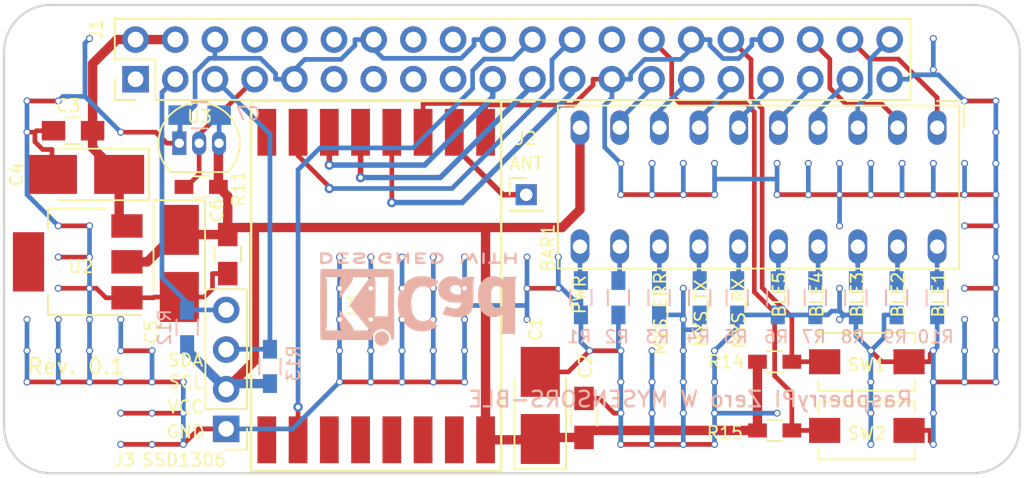
<source format=kicad_pcb>
(kicad_pcb (version 20171130) (host pcbnew "(5.1.12)-1")
  (layers (0 F.Cu signal) (31 B.Cu signal) (34 B.Paste user) (35 F.Paste user) (36 B.SilkS user) (37 F.SilkS user) (38 B.Mask user) (39 F.Mask user) (44 Edge.Cuts user))
  (net 0 "")
  (net 1 GND)
  (net 2 +3V3)
  (net 3 +5V)
  (net 4 /RFM69_CS)
  (net 5 /RFM69_SCK)
  (net 6 /RFM69_CE)
  (net 7 /RFM69_MISO)
  (net 8 /RFM69_MOSI)
  (net 9 "Net-(J2-Pad1)")
  (net 10 "Net-(BAR1-Pad9)")
  (net 11 "Net-(BAR1-Pad8)")
  (net 12 "Net-(BAR1-Pad7)")
  (net 13 "Net-(BAR1-Pad6)")
  (net 14 "Net-(BAR1-Pad5)")
  (net 15 "Net-(BAR1-Pad4)")
  (net 16 "Net-(BAR1-Pad3)")
  (net 17 "Net-(BAR1-Pad2)")
  (net 18 "Net-(BAR1-Pad1)")
  (net 19 "Net-(J1-Pad7)")
  (net 20 /SSD_SCL)
  (net 21 /SSD_SDA)
  (net 22 "Net-(BAR1-Pad20)")
  (net 23 "Net-(BAR1-Pad19)")
  (net 24 "Net-(BAR1-Pad18)")
  (net 25 "Net-(BAR1-Pad17)")
  (net 26 "Net-(BAR1-Pad11)")
  (net 27 "Net-(BAR1-Pad12)")
  (net 28 "Net-(BAR1-Pad16)")
  (net 29 "Net-(BAR1-Pad15)")
  (net 30 "Net-(BAR1-Pad14)")
  (net 31 "Net-(BAR1-Pad13)")
  (net 32 /SW1)
  (net 33 /SW2)
  (net 34 "Net-(J1-Pad26)")
  (net 35 "Net-(J1-Pad18)")
  (net 36 "Net-(J1-Pad17)")
  (net 37 "Net-(J1-Pad16)")
  (net 38 "Net-(J1-Pad15)")
  (net 39 "Net-(J1-Pad13)")
  (net 40 "Net-(J1-Pad12)")
  (net 41 "Net-(J1-Pad11)")
  (net 42 "Net-(J1-Pad10)")
  (net 43 "Net-(J1-Pad8)")
  (net 44 "Net-(J1-Pad1)")
  (module Displays:HDSP-4850 (layer F.Cu) (at 169.212 87.3594 270)
    (fp_text reference BAR1 (at 7.7 24.9 270) (layer F.SilkS) (effects (font (size 0.8 0.8) (thickness 0.12))))
    (fp_text value HDSP-4850_2)
    (pad 20 thru_hole oval (at 7.62 0 180) (size 1.2 2.2) (drill 0.9144) (layers *.Cu *.Mask) (net 22 "Net-(BAR1-Pad20)"))
    (pad 19 thru_hole oval (at 7.62 2.54 180) (size 1.2 2.2) (drill 0.9144) (layers *.Cu *.Mask) (net 23 "Net-(BAR1-Pad19)"))
    (pad 18 thru_hole oval (at 7.62 5.08 180) (size 1.2 2.2) (drill 0.9144) (layers *.Cu *.Mask) (net 24 "Net-(BAR1-Pad18)"))
    (pad 17 thru_hole oval (at 7.62 7.62 180) (size 1.2 2.2) (drill 0.9144) (layers *.Cu *.Mask) (net 25 "Net-(BAR1-Pad17)"))
    (pad 9 thru_hole oval (at 0 20.32 180) (size 1.2 2.2) (drill 0.9144) (layers *.Cu *.Mask) (net 10 "Net-(BAR1-Pad9)"))
    (pad 10 thru_hole oval (at 0 22.86 180) (size 1.2 2.2) (drill 0.9144) (layers *.Cu *.Mask) (net 2 +3V3))
    (pad 11 thru_hole oval (at 7.62 22.86 180) (size 1.2 2.2) (drill 0.9144) (layers *.Cu *.Mask) (net 26 "Net-(BAR1-Pad11)"))
    (pad 12 thru_hole oval (at 7.62 20.32 180) (size 1.2 2.2) (drill 0.9144) (layers *.Cu *.Mask) (net 27 "Net-(BAR1-Pad12)"))
    (pad 8 thru_hole oval (at 0 17.78 180) (size 1.2 2.2) (drill 0.9144) (layers *.Cu *.Mask) (net 11 "Net-(BAR1-Pad8)"))
    (pad 7 thru_hole oval (at 0 15.24 180) (size 1.2 2.2) (drill 0.9144) (layers *.Cu *.Mask) (net 12 "Net-(BAR1-Pad7)"))
    (pad 6 thru_hole oval (at 0 12.7 180) (size 1.2 2.2) (drill 0.9144) (layers *.Cu *.Mask) (net 13 "Net-(BAR1-Pad6)"))
    (pad 5 thru_hole oval (at 0 10.16 180) (size 1.2 2.2) (drill 0.9144) (layers *.Cu *.Mask) (net 14 "Net-(BAR1-Pad5)"))
    (pad 16 thru_hole oval (at 7.62 10.16 180) (size 1.2 2.2) (drill 0.9144) (layers *.Cu *.Mask) (net 28 "Net-(BAR1-Pad16)"))
    (pad 15 thru_hole oval (at 7.62 12.7 180) (size 1.2 2.2) (drill 0.9144) (layers *.Cu *.Mask) (net 29 "Net-(BAR1-Pad15)"))
    (pad 14 thru_hole oval (at 7.62 15.24 180) (size 1.2 2.2) (drill 0.9144) (layers *.Cu *.Mask) (net 30 "Net-(BAR1-Pad14)"))
    (pad 13 thru_hole oval (at 7.62 17.78 180) (size 1.2 2.2) (drill 0.9144) (layers *.Cu *.Mask) (net 31 "Net-(BAR1-Pad13)"))
    (pad 4 thru_hole oval (at 0 7.62 180) (size 1.2 2.2) (drill 0.9144) (layers *.Cu *.Mask) (net 15 "Net-(BAR1-Pad4)"))
    (pad 3 thru_hole oval (at 0 5.08 180) (size 1.2 2.2) (drill 0.9144) (layers *.Cu *.Mask) (net 16 "Net-(BAR1-Pad3)"))
    (pad 2 thru_hole oval (at 0 2.54 180) (size 1.2 2.2) (drill 0.9144) (layers *.Cu *.Mask) (net 17 "Net-(BAR1-Pad2)"))
    (pad 1 thru_hole oval (at 0 0 180) (size 1.2 2.2) (drill 0.9144) (layers *.Cu *.Mask) (net 18 "Net-(BAR1-Pad1)"))
  )
  (module Symbols:KiCad-Logo2_6mm_SilkScreen (layer B.Cu) (at 136.01188 98.35942)
    (fp_text reference REF*** hide)
    (fp_text value KiCad-Logo2_6mm_SilkScreen hide)
  )
  (module Mounting_Holes:MountingHole_3.2mm_M3 (layer F.Cu) (at 112.712 82.6594)
    (fp_text reference REF**_4 hide)
    (fp_text value MountingHole_3.2mm_M3)
    (pad 1 np_thru_hole circle (at 0 0) (size 3.2 3.2) (drill 3.2) (layers *.Cu *.Mask))
  )
  (module Mounting_Holes:MountingHole_3.2mm_M3 (layer F.Cu) (at 112.712 106.359)
    (fp_text reference REF**_3 hide)
    (fp_text value MountingHole_3.2mm_M3)
    (pad 1 np_thru_hole circle (at 0 0) (size 3.2 3.2) (drill 3.2) (layers *.Cu *.Mask))
  )
  (module Mounting_Holes:MountingHole_3.2mm_M3 (layer F.Cu) (at 171.312 106.359)
    (fp_text reference REF**_2 hide)
    (fp_text value MountingHole_3.2mm_M3)
    (pad 1 np_thru_hole circle (at 0 0) (size 3.2 3.2) (drill 3.2) (layers *.Cu *.Mask))
  )
  (module Mounting_Holes:MountingHole_3.2mm_M3 (layer F.Cu) (at 171.312 82.6594)
    (fp_text reference REF** hide)
    (fp_text value MountingHole_3.2mm_M3)
    (pad 1 np_thru_hole circle (at 0 0) (size 3.2 3.2) (drill 3.2) (layers *.Cu *.Mask))
  )
  (module Pin_Headers:Pin_Header_Straight_2x20_Pitch2.54mm (layer F.Cu) (at 117.912 84.2594 90)
    (fp_text reference J1 (at 3.2 -2.5 90) (layer F.SilkS) (effects (font (size 0.8 0.8) (thickness 0.12))))
    (fp_text value RPI_Zero_W)
    (pad 40 thru_hole oval (at 2.54 48.26 90) (size 1.7 1.7) (drill 1) (layers *.Cu *.Mask) (net 16 "Net-(BAR1-Pad3)"))
    (pad 39 thru_hole oval (at 0 48.26 90) (size 1.7 1.7) (drill 1) (layers *.Cu *.Mask) (net 1 GND))
    (pad 38 thru_hole oval (at 2.54 45.72 90) (size 1.7 1.7) (drill 1) (layers *.Cu *.Mask) (net 18 "Net-(BAR1-Pad1)"))
    (pad 37 thru_hole oval (at 0 45.72 90) (size 1.7 1.7) (drill 1) (layers *.Cu *.Mask) (net 15 "Net-(BAR1-Pad4)"))
    (pad 36 thru_hole oval (at 2.54 43.18 90) (size 1.7 1.7) (drill 1) (layers *.Cu *.Mask) (net 17 "Net-(BAR1-Pad2)"))
    (pad 35 thru_hole oval (at 0 43.18 90) (size 1.7 1.7) (drill 1) (layers *.Cu *.Mask) (net 14 "Net-(BAR1-Pad5)"))
    (pad 34 thru_hole oval (at 2.54 40.64 90) (size 1.7 1.7) (drill 1) (layers *.Cu *.Mask) (net 1 GND))
    (pad 33 thru_hole oval (at 0 40.64 90) (size 1.7 1.7) (drill 1) (layers *.Cu *.Mask) (net 13 "Net-(BAR1-Pad6)"))
    (pad 32 thru_hole oval (at 2.54 38.1 90) (size 1.7 1.7) (drill 1) (layers *.Cu *.Mask) (net 32 /SW1))
    (pad 31 thru_hole oval (at 0 38.1 90) (size 1.7 1.7) (drill 1) (layers *.Cu *.Mask) (net 12 "Net-(BAR1-Pad7)"))
    (pad 30 thru_hole oval (at 2.54 35.56 90) (size 1.7 1.7) (drill 1) (layers *.Cu *.Mask) (net 1 GND))
    (pad 29 thru_hole oval (at 0 35.56 90) (size 1.7 1.7) (drill 1) (layers *.Cu *.Mask) (net 11 "Net-(BAR1-Pad8)"))
    (pad 28 thru_hole oval (at 2.54 33.02 90) (size 1.7 1.7) (drill 1) (layers *.Cu *.Mask) (net 33 /SW2))
    (pad 27 thru_hole oval (at 0 33.02 90) (size 1.7 1.7) (drill 1) (layers *.Cu *.Mask) (net 10 "Net-(BAR1-Pad9)"))
    (pad 26 thru_hole oval (at 2.54 30.48 90) (size 1.7 1.7) (drill 1) (layers *.Cu *.Mask) (net 34 "Net-(J1-Pad26)"))
    (pad 25 thru_hole oval (at 0 30.48 90) (size 1.7 1.7) (drill 1) (layers *.Cu *.Mask) (net 1 GND))
    (pad 24 thru_hole oval (at 2.54 27.94 90) (size 1.7 1.7) (drill 1) (layers *.Cu *.Mask) (net 4 /RFM69_CS))
    (pad 23 thru_hole oval (at 0 27.94 90) (size 1.7 1.7) (drill 1) (layers *.Cu *.Mask) (net 5 /RFM69_SCK))
    (pad 22 thru_hole oval (at 2.54 25.4 90) (size 1.7 1.7) (drill 1) (layers *.Cu *.Mask) (net 6 /RFM69_CE))
    (pad 21 thru_hole oval (at 0 25.4 90) (size 1.7 1.7) (drill 1) (layers *.Cu *.Mask) (net 7 /RFM69_MISO))
    (pad 20 thru_hole oval (at 2.54 22.86 90) (size 1.7 1.7) (drill 1) (layers *.Cu *.Mask) (net 1 GND))
    (pad 19 thru_hole oval (at 0 22.86 90) (size 1.7 1.7) (drill 1) (layers *.Cu *.Mask) (net 8 /RFM69_MOSI))
    (pad 18 thru_hole oval (at 2.54 20.32 90) (size 1.7 1.7) (drill 1) (layers *.Cu *.Mask) (net 35 "Net-(J1-Pad18)"))
    (pad 17 thru_hole oval (at 0 20.32 90) (size 1.7 1.7) (drill 1) (layers *.Cu *.Mask) (net 36 "Net-(J1-Pad17)"))
    (pad 16 thru_hole oval (at 2.54 17.78 90) (size 1.7 1.7) (drill 1) (layers *.Cu *.Mask) (net 37 "Net-(J1-Pad16)"))
    (pad 15 thru_hole oval (at 0 17.78 90) (size 1.7 1.7) (drill 1) (layers *.Cu *.Mask) (net 38 "Net-(J1-Pad15)"))
    (pad 14 thru_hole oval (at 2.54 15.24 90) (size 1.7 1.7) (drill 1) (layers *.Cu *.Mask) (net 1 GND))
    (pad 13 thru_hole oval (at 0 15.24 90) (size 1.7 1.7) (drill 1) (layers *.Cu *.Mask) (net 39 "Net-(J1-Pad13)"))
    (pad 12 thru_hole oval (at 2.54 12.7 90) (size 1.7 1.7) (drill 1) (layers *.Cu *.Mask) (net 40 "Net-(J1-Pad12)"))
    (pad 11 thru_hole oval (at 0 12.7 90) (size 1.7 1.7) (drill 1) (layers *.Cu *.Mask) (net 41 "Net-(J1-Pad11)"))
    (pad 10 thru_hole oval (at 2.54 10.16 90) (size 1.7 1.7) (drill 1) (layers *.Cu *.Mask) (net 42 "Net-(J1-Pad10)"))
    (pad 9 thru_hole oval (at 0 10.16 90) (size 1.7 1.7) (drill 1) (layers *.Cu *.Mask) (net 1 GND))
    (pad 8 thru_hole oval (at 2.54 7.62 90) (size 1.7 1.7) (drill 1) (layers *.Cu *.Mask) (net 43 "Net-(J1-Pad8)"))
    (pad 7 thru_hole oval (at 0 7.62 90) (size 1.7 1.7) (drill 1) (layers *.Cu *.Mask) (net 19 "Net-(J1-Pad7)"))
    (pad 6 thru_hole oval (at 2.54 5.08 90) (size 1.7 1.7) (drill 1) (layers *.Cu *.Mask) (net 1 GND))
    (pad 5 thru_hole oval (at 0 5.08 90) (size 1.7 1.7) (drill 1) (layers *.Cu *.Mask) (net 20 /SSD_SCL))
    (pad 4 thru_hole oval (at 2.54 2.54 90) (size 1.7 1.7) (drill 1) (layers *.Cu *.Mask) (net 3 +5V))
    (pad 3 thru_hole oval (at 0 2.54 90) (size 1.7 1.7) (drill 1) (layers *.Cu *.Mask) (net 21 /SSD_SDA))
    (pad 2 thru_hole oval (at 2.54 0 90) (size 1.7 1.7) (drill 1) (layers *.Cu *.Mask) (net 3 +5V))
    (pad 1 thru_hole rect (at 0 0 90) (size 1.7 1.7) (drill 1) (layers *.Cu *.Mask) (net 44 "Net-(J1-Pad1)"))
  )
  (module Capacitors_Tantalum_SMD:CP_Tantalum_Case-B_EIA-3528-21_Hand (layer F.Cu) (at 143.812 105.159 90)
    (fp_text reference C1 (at 4.9 -0.3 90) (layer F.SilkS) (effects (font (size 0.8 0.8) (thickness 0.12))))
    (fp_text value 22u)
    (pad 2 smd rect (at 2.15 0 90) (size 3.2 2.5) (layers F.Cu F.Paste F.Mask) (net 1 GND))
    (pad 1 smd rect (at -2.15 0 90) (size 3.2 2.5) (layers F.Cu F.Paste F.Mask) (net 2 +3V3))
  )
  (module Capacitors_SMD:C_0805_HandSoldering (layer F.Cu) (at 146.612 105.959 270)
    (fp_text reference C2 (at -3.3 -0.1 270) (layer F.SilkS) (effects (font (size 0.8 0.8) (thickness 0.12))))
    (fp_text value 100n)
    (pad 2 smd rect (at 1.25 0 270) (size 1.5 1.25) (layers F.Cu F.Paste F.Mask) (net 2 +3V3))
    (pad 1 smd rect (at -1.25 0 270) (size 1.5 1.25) (layers F.Cu F.Paste F.Mask) (net 1 GND))
  )
  (module Capacitors_SMD:C_0805_HandSoldering (layer F.Cu) (at 113.912 87.5594)
    (fp_text reference C3 (at -0.3 -1.6) (layer F.SilkS) (effects (font (size 0.8 0.8) (thickness 0.12))))
    (fp_text value 100n)
    (pad 2 smd rect (at 1.25 0) (size 1.5 1.25) (layers F.Cu F.Paste F.Mask) (net 3 +5V))
    (pad 1 smd rect (at -1.25 0) (size 1.5 1.25) (layers F.Cu F.Paste F.Mask) (net 1 GND))
  )
  (module Capacitors_Tantalum_SMD:CP_Tantalum_Case-B_EIA-3528-21_Hand (layer F.Cu) (at 114.712 90.3594 180)
    (fp_text reference C4 (at 4.4 0 270) (layer F.SilkS) (effects (font (size 0.8 0.8) (thickness 0.12))))
    (fp_text value 22u)
    (pad 2 smd rect (at 2.15 0 180) (size 3.2 2.5) (layers F.Cu F.Paste F.Mask) (net 1 GND))
    (pad 1 smd rect (at -2.15 0 180) (size 3.2 2.5) (layers F.Cu F.Paste F.Mask) (net 3 +5V))
  )
  (module Capacitors_Tantalum_SMD:CP_Tantalum_Case-B_EIA-3528-21_Hand (layer F.Cu) (at 120.712 96.0594 270)
    (fp_text reference C5 (at 4.4 1.8 90) (layer F.SilkS) (effects (font (size 0.8 0.8) (thickness 0.12))))
    (fp_text value 22u)
    (pad 1 smd rect (at -2.15 0 270) (size 3.2 2.5) (layers F.Cu F.Paste F.Mask) (net 2 +3V3))
    (pad 2 smd rect (at 2.15 0 270) (size 3.2 2.5) (layers F.Cu F.Paste F.Mask) (net 1 GND))
  )
  (module Capacitors_SMD:C_0805_HandSoldering (layer F.Cu) (at 123.812 95.4594 90)
    (fp_text reference C6 (at 2.8 -0.7 270) (layer F.SilkS) (effects (font (size 0.8 0.8) (thickness 0.12))))
    (fp_text value 100n)
    (pad 1 smd rect (at -1.25 0 90) (size 1.5 1.25) (layers F.Cu F.Paste F.Mask) (net 1 GND))
    (pad 2 smd rect (at 1.25 0 90) (size 1.5 1.25) (layers F.Cu F.Paste F.Mask) (net 2 +3V3))
  )
  (module mysensors_radios:RFM69HW_SMD_Handsoldering (layer F.Cu) (at 126.312 105.959 90)
    (fp_text reference U1 (at 7.3 5.6 90) (layer F.SilkS) (effects (font (size 0.8 0.8) (thickness 0.12))))
    (fp_text value RFM69HW hide)
    (pad 1 smd rect (at -1.4 0 90) (size 3 1.2) (layers F.Cu F.Paste F.Mask))
    (pad 2 smd rect (at -1.4 2 90) (size 3 1.2) (layers F.Cu F.Paste F.Mask) (net 6 /RFM69_CE))
    (pad 3 smd rect (at -1.4 4 90) (size 3 1.2) (layers F.Cu F.Paste F.Mask))
    (pad 4 smd rect (at -1.4 6 90) (size 3 1.2) (layers F.Cu F.Paste F.Mask))
    (pad 5 smd rect (at -1.4 8 90) (size 3 1.2) (layers F.Cu F.Paste F.Mask))
    (pad 6 smd rect (at -1.4 10 90) (size 3 1.2) (layers F.Cu F.Paste F.Mask))
    (pad 7 smd rect (at -1.4 12 90) (size 3 1.2) (layers F.Cu F.Paste F.Mask))
    (pad 8 smd rect (at -1.4 14 90) (size 3 1.2) (layers F.Cu F.Paste F.Mask) (net 2 +3V3))
    (pad 9 smd rect (at 18.3 14 90) (size 3 1.2) (layers F.Cu F.Paste F.Mask) (net 1 GND))
    (pad 10 smd rect (at 18.3 12 90) (size 3 1.2) (layers F.Cu F.Paste F.Mask) (net 9 "Net-(J2-Pad1)"))
    (pad 11 smd rect (at 18.3 10 90) (size 3 1.2) (layers F.Cu F.Paste F.Mask) (net 1 GND))
    (pad 12 smd rect (at 18.3 8 90) (size 3 1.2) (layers F.Cu F.Paste F.Mask) (net 5 /RFM69_SCK))
    (pad 13 smd rect (at 18.3 6 90) (size 3 1.2) (layers F.Cu F.Paste F.Mask) (net 7 /RFM69_MISO))
    (pad 14 smd rect (at 18.3 4 90) (size 3 1.2) (layers F.Cu F.Paste F.Mask) (net 8 /RFM69_MOSI))
    (pad 15 smd rect (at 18.3 2 90) (size 3 1.2) (layers F.Cu F.Paste F.Mask) (net 4 /RFM69_CS))
    (pad 16 smd rect (at 18.3 0 90) (size 3 1.2) (layers F.Cu F.Paste F.Mask))
  )
  (module TO_SOT_Packages_SMD:SOT-223 (layer F.Cu) (at 114.212 95.9594 180)
    (fp_text reference U2 (at -0.2 -0.3 180) (layer F.SilkS) (effects (font (size 0.8 0.8) (thickness 0.12))))
    (fp_text value AMS1117)
    (pad 1 smd rect (at -3.15 -2.3 180) (size 2 1.5) (layers F.Cu F.Paste F.Mask) (net 1 GND))
    (pad 3 smd rect (at -3.15 2.3 180) (size 2 1.5) (layers F.Cu F.Paste F.Mask) (net 3 +5V))
    (pad 2 smd rect (at -3.15 0 180) (size 2 1.5) (layers F.Cu F.Paste F.Mask) (net 2 +3V3))
    (pad 4 smd rect (at 3.15 0 180) (size 2 3.8) (layers F.Cu F.Paste F.Mask))
  )
  (module Resistors_SMD:R_0603_HandSoldering (layer B.Cu) (at 146.412 98.2594 270)
    (fp_text reference R1 (at 2.5 0.1 180) (layer B.SilkS) (effects (font (size 0.8 0.8) (thickness 0.12)) (justify mirror)))
    (fp_text value 220)
    (pad 2 smd rect (at 1.1 0 270) (size 1.2 0.9) (layers B.Cu B.Paste B.Mask) (net 1 GND))
    (pad 1 smd rect (at -1.1 0 270) (size 1.2 0.9) (layers B.Cu B.Paste B.Mask) (net 26 "Net-(BAR1-Pad11)"))
  )
  (module Resistors_SMD:R_0603_HandSoldering (layer B.Cu) (at 148.812 98.2594 270)
    (fp_text reference R2 (at 2.5 0.1 180) (layer B.SilkS) (effects (font (size 0.8 0.8) (thickness 0.12)) (justify mirror)))
    (fp_text value 220)
    (pad 1 smd rect (at -1.1 0 270) (size 1.2 0.9) (layers B.Cu B.Paste B.Mask) (net 27 "Net-(BAR1-Pad12)"))
    (pad 2 smd rect (at 1.1 0 270) (size 1.2 0.9) (layers B.Cu B.Paste B.Mask) (net 1 GND))
  )
  (module Resistors_SMD:R_0603_HandSoldering (layer B.Cu) (at 151.412 98.2594 270)
    (fp_text reference R3 (at 2.5 0.1 180) (layer B.SilkS) (effects (font (size 0.8 0.8) (thickness 0.12)) (justify mirror)))
    (fp_text value 220)
    (pad 2 smd rect (at 1.1 0 270) (size 1.2 0.9) (layers B.Cu B.Paste B.Mask) (net 1 GND))
    (pad 1 smd rect (at -1.1 0 270) (size 1.2 0.9) (layers B.Cu B.Paste B.Mask) (net 31 "Net-(BAR1-Pad13)"))
  )
  (module Resistors_SMD:R_0603_HandSoldering (layer B.Cu) (at 154.012 98.2594 270)
    (fp_text reference R4 (at 2.5 0.1 180) (layer B.SilkS) (effects (font (size 0.8 0.8) (thickness 0.12)) (justify mirror)))
    (fp_text value 220)
    (pad 1 smd rect (at -1.1 0 270) (size 1.2 0.9) (layers B.Cu B.Paste B.Mask) (net 30 "Net-(BAR1-Pad14)"))
    (pad 2 smd rect (at 1.1 0 270) (size 1.2 0.9) (layers B.Cu B.Paste B.Mask) (net 1 GND))
  )
  (module Resistors_SMD:R_0603_HandSoldering (layer B.Cu) (at 156.412 98.2594 270)
    (fp_text reference R5 (at 2.5 0.1 180) (layer B.SilkS) (effects (font (size 0.8 0.8) (thickness 0.12)) (justify mirror)))
    (fp_text value 220)
    (pad 2 smd rect (at 1.1 0 270) (size 1.2 0.9) (layers B.Cu B.Paste B.Mask) (net 1 GND))
    (pad 1 smd rect (at -1.1 0 270) (size 1.2 0.9) (layers B.Cu B.Paste B.Mask) (net 29 "Net-(BAR1-Pad15)"))
  )
  (module Resistors_SMD:R_0603_HandSoldering (layer B.Cu) (at 159.012 98.2594 270)
    (fp_text reference R6 (at 2.5 0.1 180) (layer B.SilkS) (effects (font (size 0.8 0.8) (thickness 0.12)) (justify mirror)))
    (fp_text value 220)
    (pad 1 smd rect (at -1.1 0 270) (size 1.2 0.9) (layers B.Cu B.Paste B.Mask) (net 28 "Net-(BAR1-Pad16)"))
    (pad 2 smd rect (at 1.1 0 270) (size 1.2 0.9) (layers B.Cu B.Paste B.Mask) (net 1 GND))
  )
  (module Resistors_SMD:R_0603_HandSoldering (layer B.Cu) (at 161.412 98.2594 270)
    (fp_text reference R7 (at 2.5 0.1 180) (layer B.SilkS) (effects (font (size 0.8 0.8) (thickness 0.12)) (justify mirror)))
    (fp_text value 220)
    (pad 2 smd rect (at 1.1 0 270) (size 1.2 0.9) (layers B.Cu B.Paste B.Mask) (net 1 GND))
    (pad 1 smd rect (at -1.1 0 270) (size 1.2 0.9) (layers B.Cu B.Paste B.Mask) (net 25 "Net-(BAR1-Pad17)"))
  )
  (module Resistors_SMD:R_0603_HandSoldering (layer B.Cu) (at 164.012 98.2594 270)
    (fp_text reference R8 (at 2.5 0.2 180) (layer B.SilkS) (effects (font (size 0.8 0.8) (thickness 0.12)) (justify mirror)))
    (fp_text value 220)
    (pad 1 smd rect (at -1.1 0 270) (size 1.2 0.9) (layers B.Cu B.Paste B.Mask) (net 24 "Net-(BAR1-Pad18)"))
    (pad 2 smd rect (at 1.1 0 270) (size 1.2 0.9) (layers B.Cu B.Paste B.Mask) (net 1 GND))
  )
  (module Resistors_SMD:R_0603_HandSoldering (layer B.Cu) (at 166.612 98.2594 270)
    (fp_text reference R9 (at 2.5 0.1 180) (layer B.SilkS) (effects (font (size 0.8 0.8) (thickness 0.12)) (justify mirror)))
    (fp_text value 220)
    (pad 2 smd rect (at 1.1 0 270) (size 1.2 0.9) (layers B.Cu B.Paste B.Mask) (net 1 GND))
    (pad 1 smd rect (at -1.1 0 270) (size 1.2 0.9) (layers B.Cu B.Paste B.Mask) (net 23 "Net-(BAR1-Pad19)"))
  )
  (module Resistors_SMD:R_0603_HandSoldering (layer B.Cu) (at 169.212 98.2594 270)
    (fp_text reference R10 (at 2.5 0.1 180) (layer B.SilkS) (effects (font (size 0.8 0.8) (thickness 0.12)) (justify mirror)))
    (fp_text value 220)
    (pad 1 smd rect (at -1.1 0 270) (size 1.2 0.9) (layers B.Cu B.Paste B.Mask) (net 22 "Net-(BAR1-Pad20)"))
    (pad 2 smd rect (at 1.1 0 270) (size 1.2 0.9) (layers B.Cu B.Paste B.Mask) (net 1 GND))
  )
  (module Capacitors_SMD:C_0805_HandSoldering (layer B.Cu) (at 122.012 86.5594 180)
    (fp_text reference C7 (at -3.1 0.1 180) (layer B.SilkS) (effects (font (size 0.8 0.8) (thickness 0.12)) (justify mirror)))
    (fp_text value 100n)
    (pad 2 smd rect (at 1.25 0 180) (size 1.5 1.25) (layers B.Cu B.Paste B.Mask) (net 1 GND))
    (pad 1 smd rect (at -1.25 0 180) (size 1.5 1.25) (layers B.Cu B.Paste B.Mask) (net 2 +3V3))
  )
  (module Resistors_SMD:R_0603_HandSoldering (layer F.Cu) (at 122.112 91.1594 180)
    (fp_text reference R11 (at -2.4 -0.1 90) (layer F.SilkS) (effects (font (size 0.8 0.8) (thickness 0.12))))
    (fp_text value 4K7)
    (pad 2 smd rect (at 1.1 0 180) (size 1.2 0.9) (layers F.Cu F.Paste F.Mask) (net 19 "Net-(J1-Pad7)"))
    (pad 1 smd rect (at -1.1 0 180) (size 1.2 0.9) (layers F.Cu F.Paste F.Mask) (net 2 +3V3))
  )
  (module TO_SOT_Packages_THT:TO-92_Inline_Narrow_Oval (layer F.Cu) (at 120.712 88.3594)
    (fp_text reference U3 (at 1.3 -1.7) (layer F.SilkS) (effects (font (size 0.8 0.8) (thickness 0.12))))
    (fp_text value DS18B20)
    (pad 1 thru_hole rect (at 0 0 180) (size 0.9 1.5) (drill 0.6) (layers *.Cu *.Mask) (net 1 GND))
    (pad 3 thru_hole oval (at 2.54 0 180) (size 0.9 1.5) (drill 0.6) (layers *.Cu *.Mask) (net 2 +3V3))
    (pad 2 thru_hole oval (at 1.27 0 180) (size 0.9 1.5) (drill 0.6) (layers *.Cu *.Mask) (net 19 "Net-(J1-Pad7)"))
  )
  (module Pin_Headers:Pin_Header_Straight_1x01_Pitch2.00mm (layer F.Cu) (at 142.912 91.6594)
    (fp_text reference J2 (at 0 -3.6) (layer F.SilkS) (effects (font (size 0.8 0.8) (thickness 0.12))))
    (fp_text value ANT)
    (pad 1 thru_hole rect (at 0 0) (size 1.35 1.35) (drill 0.8) (layers *.Cu *.Mask) (net 9 "Net-(J2-Pad1)"))
  )
  (module Pin_Headers:Pin_Header_Straight_1x04_Pitch2.54mm (layer F.Cu) (at 123.712 106.659 180)
    (fp_text reference J3 (at 6.5 -2 180) (layer F.SilkS) (effects (font (size 0.8 0.8) (thickness 0.12))))
    (fp_text value SSD1306)
    (pad 4 thru_hole oval (at 0 7.62 180) (size 1.7 1.7) (drill 1) (layers *.Cu *.Mask) (net 21 /SSD_SDA))
    (pad 3 thru_hole oval (at 0 5.08 180) (size 1.7 1.7) (drill 1) (layers *.Cu *.Mask) (net 20 /SSD_SCL))
    (pad 2 thru_hole oval (at 0 2.54 180) (size 1.7 1.7) (drill 1) (layers *.Cu *.Mask) (net 2 +3V3))
    (pad 1 thru_hole rect (at 0 0 180) (size 1.7 1.7) (drill 1) (layers *.Cu *.Mask) (net 1 GND))
  )
  (module Resistors_SMD:R_0603_HandSoldering (layer B.Cu) (at 121.212 100.159 270)
    (fp_text reference R12 (at 0 1.45 270) (layer B.SilkS) (effects (font (size 0.8 0.8) (thickness 0.12)) (justify mirror)))
    (fp_text value 4K7)
    (pad 2 smd rect (at 1.1 0 270) (size 1.2 0.9) (layers B.Cu B.Paste B.Mask) (net 2 +3V3))
    (pad 1 smd rect (at -1.1 0 270) (size 1.2 0.9) (layers B.Cu B.Paste B.Mask) (net 21 /SSD_SDA))
  )
  (module Resistors_SMD:R_0603_HandSoldering (layer B.Cu) (at 126.512 102.659 270)
    (fp_text reference R13 (at -0.2 -1.5 270) (layer B.SilkS) (effects (font (size 0.8 0.8) (thickness 0.12)) (justify mirror)))
    (fp_text value 4K7)
    (pad 1 smd rect (at -1.1 0 270) (size 1.2 0.9) (layers B.Cu B.Paste B.Mask) (net 20 /SSD_SCL))
    (pad 2 smd rect (at 1.1 0 270) (size 1.2 0.9) (layers B.Cu B.Paste B.Mask) (net 2 +3V3))
  )
  (module Resistors_SMD:R_0603_HandSoldering (layer F.Cu) (at 158.812 102.359)
    (fp_text reference R14 (at -3.1 0) (layer F.SilkS) (effects (font (size 0.8 0.8) (thickness 0.12))))
    (fp_text value 10K)
    (pad 2 smd rect (at 1.1 0) (size 1.2 0.9) (layers F.Cu F.Paste F.Mask) (net 32 /SW1))
    (pad 1 smd rect (at -1.1 0) (size 1.2 0.9) (layers F.Cu F.Paste F.Mask) (net 2 +3V3))
  )
  (module Buttons_Switches_SMD:SW_SPST_EVQPE1 (layer F.Cu) (at 164.712 102.359)
    (fp_text reference SW1 (at 0 0.2) (layer F.SilkS) (effects (font (size 0.8 0.8) (thickness 0.12))))
    (fp_text value BLE)
    (pad 1 smd rect (at -2.7 0) (size 2 1.6) (layers F.Cu F.Paste F.Mask) (net 32 /SW1))
    (pad 2 smd rect (at 2.7 0) (size 2 1.6) (layers F.Cu F.Paste F.Mask) (net 1 GND))
  )
  (module Resistors_SMD:R_0603_HandSoldering (layer F.Cu) (at 158.812 106.759)
    (fp_text reference R15 (at -3.185001 0.1425) (layer F.SilkS) (effects (font (size 0.8 0.8) (thickness 0.12))))
    (fp_text value 10K)
    (pad 2 smd rect (at 1.1 0) (size 1.2 0.9) (layers F.Cu F.Paste F.Mask) (net 33 /SW2))
    (pad 1 smd rect (at -1.1 0) (size 1.2 0.9) (layers F.Cu F.Paste F.Mask) (net 2 +3V3))
  )
  (module Buttons_Switches_SMD:SW_SPST_EVQPE1 (layer F.Cu) (at 164.712 106.759)
    (fp_text reference SW2 (at 0 0.2) (layer F.SilkS) (effects (font (size 0.8 0.8) (thickness 0.12))))
    (fp_text value BLE)
    (pad 1 smd rect (at -2.7 0) (size 2 1.6) (layers F.Cu F.Paste F.Mask) (net 33 /SW2))
    (pad 2 smd rect (at 2.7 0) (size 2 1.6) (layers F.Cu F.Paste F.Mask) (net 1 GND))
  )
  (module VIA_MATRIX (layer F.Cu) (at 114.966 81.6534)
    (fp_text reference V5_2 hide)
    (fp_text value AUTO_VIA hide)
    (pad 1 thru_hole circle (at 0 0) (size 0.45 0.45) (drill 0.3) (layers *.Cu) (net 1 GND) (clearance 0.3))
  )
  (module VIA_MATRIX (layer F.Cu) (at 168.966 81.6534)
    (fp_text reference V32_2 hide)
    (fp_text value AUTO_VIA hide)
    (pad 1 thru_hole circle (at 0 0) (size 0.45 0.45) (drill 0.3) (layers *.Cu) (net 1 GND) (clearance 0.3))
  )
  (module VIA_MATRIX (layer F.Cu) (at 168.966 83.6534)
    (fp_text reference V32_3 hide)
    (fp_text value AUTO_VIA hide)
    (pad 1 thru_hole circle (at 0 0) (size 0.45 0.45) (drill 0.3) (layers *.Cu) (net 1 GND) (clearance 0.3))
  )
  (module VIA_MATRIX (layer F.Cu) (at 110.966 85.6534)
    (fp_text reference V3_4 hide)
    (fp_text value AUTO_VIA hide)
    (pad 1 thru_hole circle (at 0 0) (size 0.45 0.45) (drill 0.3) (layers *.Cu) (net 1 GND) (clearance 0.3))
  )
  (module VIA_MATRIX (layer F.Cu) (at 112.966 85.6534)
    (fp_text reference V4_4 hide)
    (fp_text value AUTO_VIA hide)
    (pad 1 thru_hole circle (at 0 0) (size 0.45 0.45) (drill 0.3) (layers *.Cu) (net 1 GND) (clearance 0.3))
  )
  (module VIA_MATRIX (layer F.Cu) (at 170.966 85.6534)
    (fp_text reference V33_4 hide)
    (fp_text value AUTO_VIA hide)
    (pad 1 thru_hole circle (at 0 0) (size 0.45 0.45) (drill 0.3) (layers *.Cu) (net 1 GND) (clearance 0.3))
  )
  (module VIA_MATRIX (layer F.Cu) (at 172.966 85.6534)
    (fp_text reference V34_4 hide)
    (fp_text value AUTO_VIA hide)
    (pad 1 thru_hole circle (at 0 0) (size 0.45 0.45) (drill 0.3) (layers *.Cu) (net 1 GND) (clearance 0.3))
  )
  (module VIA_MATRIX (layer F.Cu) (at 110.966 87.6534)
    (fp_text reference V3_5 hide)
    (fp_text value AUTO_VIA hide)
    (pad 1 thru_hole circle (at 0 0) (size 0.45 0.45) (drill 0.3) (layers *.Cu) (net 1 GND) (clearance 0.3))
  )
  (module VIA_MATRIX (layer F.Cu) (at 116.966 87.6534)
    (fp_text reference V6_5 hide)
    (fp_text value AUTO_VIA hide)
    (pad 1 thru_hole circle (at 0 0) (size 0.45 0.45) (drill 0.3) (layers *.Cu) (net 1 GND) (clearance 0.3))
  )
  (module VIA_MATRIX (layer F.Cu) (at 172.966 87.6534)
    (fp_text reference V34_5 hide)
    (fp_text value AUTO_VIA hide)
    (pad 1 thru_hole circle (at 0 0) (size 0.45 0.45) (drill 0.3) (layers *.Cu) (net 1 GND) (clearance 0.3))
  )
  (module VIA_MATRIX (layer F.Cu) (at 148.966 89.6534)
    (fp_text reference V22_6 hide)
    (fp_text value AUTO_VIA hide)
    (pad 1 thru_hole circle (at 0 0) (size 0.45 0.45) (drill 0.3) (layers *.Cu) (net 1 GND) (clearance 0.3))
  )
  (module VIA_MATRIX (layer F.Cu) (at 150.966 89.6534)
    (fp_text reference V23_6 hide)
    (fp_text value AUTO_VIA hide)
    (pad 1 thru_hole circle (at 0 0) (size 0.45 0.45) (drill 0.3) (layers *.Cu) (net 1 GND) (clearance 0.3))
  )
  (module VIA_MATRIX (layer F.Cu) (at 152.966 89.6534)
    (fp_text reference V24_6 hide)
    (fp_text value AUTO_VIA hide)
    (pad 1 thru_hole circle (at 0 0) (size 0.45 0.45) (drill 0.3) (layers *.Cu) (net 1 GND) (clearance 0.3))
  )
  (module VIA_MATRIX (layer F.Cu) (at 154.966 89.6534)
    (fp_text reference V25_6 hide)
    (fp_text value AUTO_VIA hide)
    (pad 1 thru_hole circle (at 0 0) (size 0.45 0.45) (drill 0.3) (layers *.Cu) (net 1 GND) (clearance 0.3))
  )
  (module VIA_MATRIX (layer F.Cu) (at 158.966 89.6534)
    (fp_text reference V27_6 hide)
    (fp_text value AUTO_VIA hide)
    (pad 1 thru_hole circle (at 0 0) (size 0.45 0.45) (drill 0.3) (layers *.Cu) (net 1 GND) (clearance 0.3))
  )
  (module VIA_MATRIX (layer F.Cu) (at 160.966 89.6534)
    (fp_text reference V28_6 hide)
    (fp_text value AUTO_VIA hide)
    (pad 1 thru_hole circle (at 0 0) (size 0.45 0.45) (drill 0.3) (layers *.Cu) (net 1 GND) (clearance 0.3))
  )
  (module VIA_MATRIX (layer F.Cu) (at 162.966 89.6534)
    (fp_text reference V29_6 hide)
    (fp_text value AUTO_VIA hide)
    (pad 1 thru_hole circle (at 0 0) (size 0.45 0.45) (drill 0.3) (layers *.Cu) (net 1 GND) (clearance 0.3))
  )
  (module VIA_MATRIX (layer F.Cu) (at 164.966 89.6534)
    (fp_text reference V30_6 hide)
    (fp_text value AUTO_VIA hide)
    (pad 1 thru_hole circle (at 0 0) (size 0.45 0.45) (drill 0.3) (layers *.Cu) (net 1 GND) (clearance 0.3))
  )
  (module VIA_MATRIX (layer F.Cu) (at 166.966 89.6534)
    (fp_text reference V31_6 hide)
    (fp_text value AUTO_VIA hide)
    (pad 1 thru_hole circle (at 0 0) (size 0.45 0.45) (drill 0.3) (layers *.Cu) (net 1 GND) (clearance 0.3))
  )
  (module VIA_MATRIX (layer F.Cu) (at 168.966 89.6534)
    (fp_text reference V32_6 hide)
    (fp_text value AUTO_VIA hide)
    (pad 1 thru_hole circle (at 0 0) (size 0.45 0.45) (drill 0.3) (layers *.Cu) (net 1 GND) (clearance 0.3))
  )
  (module VIA_MATRIX (layer F.Cu) (at 170.966 89.6534)
    (fp_text reference V33_6 hide)
    (fp_text value AUTO_VIA hide)
    (pad 1 thru_hole circle (at 0 0) (size 0.45 0.45) (drill 0.3) (layers *.Cu) (net 1 GND) (clearance 0.3))
  )
  (module VIA_MATRIX (layer F.Cu) (at 172.966 89.6534)
    (fp_text reference V34_6 hide)
    (fp_text value AUTO_VIA hide)
    (pad 1 thru_hole circle (at 0 0) (size 0.45 0.45) (drill 0.3) (layers *.Cu) (net 1 GND) (clearance 0.3))
  )
  (module VIA_MATRIX (layer F.Cu) (at 148.966 91.6534)
    (fp_text reference V22_7 hide)
    (fp_text value AUTO_VIA hide)
    (pad 1 thru_hole circle (at 0 0) (size 0.45 0.45) (drill 0.3) (layers *.Cu) (net 1 GND) (clearance 0.3))
  )
  (module VIA_MATRIX (layer F.Cu) (at 150.966 91.6534)
    (fp_text reference V23_7 hide)
    (fp_text value AUTO_VIA hide)
    (pad 1 thru_hole circle (at 0 0) (size 0.45 0.45) (drill 0.3) (layers *.Cu) (net 1 GND) (clearance 0.3))
  )
  (module VIA_MATRIX (layer F.Cu) (at 152.966 91.6534)
    (fp_text reference V24_7 hide)
    (fp_text value AUTO_VIA hide)
    (pad 1 thru_hole circle (at 0 0) (size 0.45 0.45) (drill 0.3) (layers *.Cu) (net 1 GND) (clearance 0.3))
  )
  (module VIA_MATRIX (layer F.Cu) (at 154.966 91.6534)
    (fp_text reference V25_7 hide)
    (fp_text value AUTO_VIA hide)
    (pad 1 thru_hole circle (at 0 0) (size 0.45 0.45) (drill 0.3) (layers *.Cu) (net 1 GND) (clearance 0.3))
  )
  (module VIA_MATRIX (layer F.Cu) (at 158.966 91.6534)
    (fp_text reference V27_7 hide)
    (fp_text value AUTO_VIA hide)
    (pad 1 thru_hole circle (at 0 0) (size 0.45 0.45) (drill 0.3) (layers *.Cu) (net 1 GND) (clearance 0.3))
  )
  (module VIA_MATRIX (layer F.Cu) (at 160.966 91.6534)
    (fp_text reference V28_7 hide)
    (fp_text value AUTO_VIA hide)
    (pad 1 thru_hole circle (at 0 0) (size 0.45 0.45) (drill 0.3) (layers *.Cu) (net 1 GND) (clearance 0.3))
  )
  (module VIA_MATRIX (layer F.Cu) (at 162.966 91.6534)
    (fp_text reference V29_7 hide)
    (fp_text value AUTO_VIA hide)
    (pad 1 thru_hole circle (at 0 0) (size 0.45 0.45) (drill 0.3) (layers *.Cu) (net 1 GND) (clearance 0.3))
  )
  (module VIA_MATRIX (layer F.Cu) (at 164.966 91.6534)
    (fp_text reference V30_7 hide)
    (fp_text value AUTO_VIA hide)
    (pad 1 thru_hole circle (at 0 0) (size 0.45 0.45) (drill 0.3) (layers *.Cu) (net 1 GND) (clearance 0.3))
  )
  (module VIA_MATRIX (layer F.Cu) (at 166.966 91.6534)
    (fp_text reference V31_7 hide)
    (fp_text value AUTO_VIA hide)
    (pad 1 thru_hole circle (at 0 0) (size 0.45 0.45) (drill 0.3) (layers *.Cu) (net 1 GND) (clearance 0.3))
  )
  (module VIA_MATRIX (layer F.Cu) (at 168.966 91.6534)
    (fp_text reference V32_7 hide)
    (fp_text value AUTO_VIA hide)
    (pad 1 thru_hole circle (at 0 0) (size 0.45 0.45) (drill 0.3) (layers *.Cu) (net 1 GND) (clearance 0.3))
  )
  (module VIA_MATRIX (layer F.Cu) (at 170.966 91.6534)
    (fp_text reference V33_7 hide)
    (fp_text value AUTO_VIA hide)
    (pad 1 thru_hole circle (at 0 0) (size 0.45 0.45) (drill 0.3) (layers *.Cu) (net 1 GND) (clearance 0.3))
  )
  (module VIA_MATRIX (layer F.Cu) (at 172.966 91.6534)
    (fp_text reference V34_7 hide)
    (fp_text value AUTO_VIA hide)
    (pad 1 thru_hole circle (at 0 0) (size 0.45 0.45) (drill 0.3) (layers *.Cu) (net 1 GND) (clearance 0.3))
  )
  (module VIA_MATRIX (layer F.Cu) (at 112.966 93.6534)
    (fp_text reference V4_8 hide)
    (fp_text value AUTO_VIA hide)
    (pad 1 thru_hole circle (at 0 0) (size 0.45 0.45) (drill 0.3) (layers *.Cu) (net 1 GND) (clearance 0.3))
  )
  (module VIA_MATRIX (layer F.Cu) (at 114.966 93.6534)
    (fp_text reference V5_8 hide)
    (fp_text value AUTO_VIA hide)
    (pad 1 thru_hole circle (at 0 0) (size 0.45 0.45) (drill 0.3) (layers *.Cu) (net 1 GND) (clearance 0.3))
  )
  (module VIA_MATRIX (layer F.Cu) (at 162.966 93.6534)
    (fp_text reference V29_8 hide)
    (fp_text value AUTO_VIA hide)
    (pad 1 thru_hole circle (at 0 0) (size 0.45 0.45) (drill 0.3) (layers *.Cu) (net 1 GND) (clearance 0.3))
  )
  (module VIA_MATRIX (layer F.Cu) (at 170.966 93.6534)
    (fp_text reference V33_8 hide)
    (fp_text value AUTO_VIA hide)
    (pad 1 thru_hole circle (at 0 0) (size 0.45 0.45) (drill 0.3) (layers *.Cu) (net 1 GND) (clearance 0.3))
  )
  (module VIA_MATRIX (layer F.Cu) (at 172.966 93.6534)
    (fp_text reference V34_8 hide)
    (fp_text value AUTO_VIA hide)
    (pad 1 thru_hole circle (at 0 0) (size 0.45 0.45) (drill 0.3) (layers *.Cu) (net 1 GND) (clearance 0.3))
  )
  (module VIA_MATRIX (layer F.Cu) (at 112.966 95.6534)
    (fp_text reference V4_9 hide)
    (fp_text value AUTO_VIA hide)
    (pad 1 thru_hole circle (at 0 0) (size 0.45 0.45) (drill 0.3) (layers *.Cu) (net 1 GND) (clearance 0.3))
  )
  (module VIA_MATRIX (layer F.Cu) (at 114.966 95.6534)
    (fp_text reference V5_9 hide)
    (fp_text value AUTO_VIA hide)
    (pad 1 thru_hole circle (at 0 0) (size 0.45 0.45) (drill 0.3) (layers *.Cu) (net 1 GND) (clearance 0.3))
  )
  (module VIA_MATRIX (layer F.Cu) (at 130.966 95.6534)
    (fp_text reference V13_9 hide)
    (fp_text value AUTO_VIA hide)
    (pad 1 thru_hole circle (at 0 0) (size 0.45 0.45) (drill 0.3) (layers *.Cu) (net 1 GND) (clearance 0.3))
  )
  (module VIA_MATRIX (layer F.Cu) (at 132.966 95.6534)
    (fp_text reference V14_9 hide)
    (fp_text value AUTO_VIA hide)
    (pad 1 thru_hole circle (at 0 0) (size 0.45 0.45) (drill 0.3) (layers *.Cu) (net 1 GND) (clearance 0.3))
  )
  (module VIA_MATRIX (layer F.Cu) (at 134.966 95.6534)
    (fp_text reference V15_9 hide)
    (fp_text value AUTO_VIA hide)
    (pad 1 thru_hole circle (at 0 0) (size 0.45 0.45) (drill 0.3) (layers *.Cu) (net 1 GND) (clearance 0.3))
  )
  (module VIA_MATRIX (layer F.Cu) (at 136.966 95.6534)
    (fp_text reference V16_9 hide)
    (fp_text value AUTO_VIA hide)
    (pad 1 thru_hole circle (at 0 0) (size 0.45 0.45) (drill 0.3) (layers *.Cu) (net 1 GND) (clearance 0.3))
  )
  (module VIA_MATRIX (layer F.Cu) (at 138.966 95.6534)
    (fp_text reference V17_9 hide)
    (fp_text value AUTO_VIA hide)
    (pad 1 thru_hole circle (at 0 0) (size 0.45 0.45) (drill 0.3) (layers *.Cu) (net 1 GND) (clearance 0.3))
  )
  (module VIA_MATRIX (layer F.Cu) (at 142.966 95.6534)
    (fp_text reference V19_9 hide)
    (fp_text value AUTO_VIA hide)
    (pad 1 thru_hole circle (at 0 0) (size 0.45 0.45) (drill 0.3) (layers *.Cu) (net 1 GND) (clearance 0.3))
  )
  (module VIA_MATRIX (layer F.Cu) (at 144.966 95.6534)
    (fp_text reference V20_9 hide)
    (fp_text value AUTO_VIA hide)
    (pad 1 thru_hole circle (at 0 0) (size 0.45 0.45) (drill 0.3) (layers *.Cu) (net 1 GND) (clearance 0.3))
  )
  (module VIA_MATRIX (layer F.Cu) (at 172.966 95.6534)
    (fp_text reference V34_9 hide)
    (fp_text value AUTO_VIA hide)
    (pad 1 thru_hole circle (at 0 0) (size 0.45 0.45) (drill 0.3) (layers *.Cu) (net 1 GND) (clearance 0.3))
  )
  (module VIA_MATRIX (layer F.Cu) (at 112.966 97.6534)
    (fp_text reference V4_10 hide)
    (fp_text value AUTO_VIA hide)
    (pad 1 thru_hole circle (at 0 0) (size 0.45 0.45) (drill 0.3) (layers *.Cu) (net 1 GND) (clearance 0.3))
  )
  (module VIA_MATRIX (layer F.Cu) (at 114.966 97.6534)
    (fp_text reference V5_10 hide)
    (fp_text value AUTO_VIA hide)
    (pad 1 thru_hole circle (at 0 0) (size 0.45 0.45) (drill 0.3) (layers *.Cu) (net 1 GND) (clearance 0.3))
  )
  (module VIA_MATRIX (layer F.Cu) (at 130.966 97.6534)
    (fp_text reference V13_10 hide)
    (fp_text value AUTO_VIA hide)
    (pad 1 thru_hole circle (at 0 0) (size 0.45 0.45) (drill 0.3) (layers *.Cu) (net 1 GND) (clearance 0.3))
  )
  (module VIA_MATRIX (layer F.Cu) (at 132.966 97.6534)
    (fp_text reference V14_10 hide)
    (fp_text value AUTO_VIA hide)
    (pad 1 thru_hole circle (at 0 0) (size 0.45 0.45) (drill 0.3) (layers *.Cu) (net 1 GND) (clearance 0.3))
  )
  (module VIA_MATRIX (layer F.Cu) (at 134.966 97.6534)
    (fp_text reference V15_10 hide)
    (fp_text value AUTO_VIA hide)
    (pad 1 thru_hole circle (at 0 0) (size 0.45 0.45) (drill 0.3) (layers *.Cu) (net 1 GND) (clearance 0.3))
  )
  (module VIA_MATRIX (layer F.Cu) (at 136.966 97.6534)
    (fp_text reference V16_10 hide)
    (fp_text value AUTO_VIA hide)
    (pad 1 thru_hole circle (at 0 0) (size 0.45 0.45) (drill 0.3) (layers *.Cu) (net 1 GND) (clearance 0.3))
  )
  (module VIA_MATRIX (layer F.Cu) (at 138.966 97.6534)
    (fp_text reference V17_10 hide)
    (fp_text value AUTO_VIA hide)
    (pad 1 thru_hole circle (at 0 0) (size 0.45 0.45) (drill 0.3) (layers *.Cu) (net 1 GND) (clearance 0.3))
  )
  (module VIA_MATRIX (layer F.Cu) (at 142.966 97.6534)
    (fp_text reference V19_10 hide)
    (fp_text value AUTO_VIA hide)
    (pad 1 thru_hole circle (at 0 0) (size 0.45 0.45) (drill 0.3) (layers *.Cu) (net 1 GND) (clearance 0.3))
  )
  (module VIA_MATRIX (layer F.Cu) (at 144.966 97.6534)
    (fp_text reference V20_10 hide)
    (fp_text value AUTO_VIA hide)
    (pad 1 thru_hole circle (at 0 0) (size 0.45 0.45) (drill 0.3) (layers *.Cu) (net 1 GND) (clearance 0.3))
  )
  (module VIA_MATRIX (layer F.Cu) (at 152.966 97.6534)
    (fp_text reference V24_10 hide)
    (fp_text value AUTO_VIA hide)
    (pad 1 thru_hole circle (at 0 0) (size 0.45 0.45) (drill 0.3) (layers *.Cu) (net 1 GND) (clearance 0.3))
  )
  (module VIA_MATRIX (layer F.Cu) (at 162.966 97.6534)
    (fp_text reference V29_10 hide)
    (fp_text value AUTO_VIA hide)
    (pad 1 thru_hole circle (at 0 0) (size 0.45 0.45) (drill 0.3) (layers *.Cu) (net 1 GND) (clearance 0.3))
  )
  (module VIA_MATRIX (layer F.Cu) (at 170.966 97.6534)
    (fp_text reference V33_10 hide)
    (fp_text value AUTO_VIA hide)
    (pad 1 thru_hole circle (at 0 0) (size 0.45 0.45) (drill 0.3) (layers *.Cu) (net 1 GND) (clearance 0.3))
  )
  (module VIA_MATRIX (layer F.Cu) (at 172.966 97.6534)
    (fp_text reference V34_10 hide)
    (fp_text value AUTO_VIA hide)
    (pad 1 thru_hole circle (at 0 0) (size 0.45 0.45) (drill 0.3) (layers *.Cu) (net 1 GND) (clearance 0.3))
  )
  (module VIA_MATRIX (layer F.Cu) (at 110.966 99.6534)
    (fp_text reference V3_11 hide)
    (fp_text value AUTO_VIA hide)
    (pad 1 thru_hole circle (at 0 0) (size 0.45 0.45) (drill 0.3) (layers *.Cu) (net 1 GND) (clearance 0.3))
  )
  (module VIA_MATRIX (layer F.Cu) (at 112.966 99.6534)
    (fp_text reference V4_11 hide)
    (fp_text value AUTO_VIA hide)
    (pad 1 thru_hole circle (at 0 0) (size 0.45 0.45) (drill 0.3) (layers *.Cu) (net 1 GND) (clearance 0.3))
  )
  (module VIA_MATRIX (layer F.Cu) (at 114.966 99.6534)
    (fp_text reference V5_11 hide)
    (fp_text value AUTO_VIA hide)
    (pad 1 thru_hole circle (at 0 0) (size 0.45 0.45) (drill 0.3) (layers *.Cu) (net 1 GND) (clearance 0.3))
  )
  (module VIA_MATRIX (layer F.Cu) (at 116.966 99.6534)
    (fp_text reference V6_11 hide)
    (fp_text value AUTO_VIA hide)
    (pad 1 thru_hole circle (at 0 0) (size 0.45 0.45) (drill 0.3) (layers *.Cu) (net 1 GND) (clearance 0.3))
  )
  (module VIA_MATRIX (layer F.Cu) (at 130.966 99.6534)
    (fp_text reference V13_11 hide)
    (fp_text value AUTO_VIA hide)
    (pad 1 thru_hole circle (at 0 0) (size 0.45 0.45) (drill 0.3) (layers *.Cu) (net 1 GND) (clearance 0.3))
  )
  (module VIA_MATRIX (layer F.Cu) (at 132.966 99.6534)
    (fp_text reference V14_11 hide)
    (fp_text value AUTO_VIA hide)
    (pad 1 thru_hole circle (at 0 0) (size 0.45 0.45) (drill 0.3) (layers *.Cu) (net 1 GND) (clearance 0.3))
  )
  (module VIA_MATRIX (layer F.Cu) (at 134.966 99.6534)
    (fp_text reference V15_11 hide)
    (fp_text value AUTO_VIA hide)
    (pad 1 thru_hole circle (at 0 0) (size 0.45 0.45) (drill 0.3) (layers *.Cu) (net 1 GND) (clearance 0.3))
  )
  (module VIA_MATRIX (layer F.Cu) (at 136.966 99.6534)
    (fp_text reference V16_11 hide)
    (fp_text value AUTO_VIA hide)
    (pad 1 thru_hole circle (at 0 0) (size 0.45 0.45) (drill 0.3) (layers *.Cu) (net 1 GND) (clearance 0.3))
  )
  (module VIA_MATRIX (layer F.Cu) (at 138.966 99.6534)
    (fp_text reference V17_11 hide)
    (fp_text value AUTO_VIA hide)
    (pad 1 thru_hole circle (at 0 0) (size 0.45 0.45) (drill 0.3) (layers *.Cu) (net 1 GND) (clearance 0.3))
  )
  (module VIA_MATRIX (layer F.Cu) (at 142.966 99.6534)
    (fp_text reference V19_11 hide)
    (fp_text value AUTO_VIA hide)
    (pad 1 thru_hole circle (at 0 0) (size 0.45 0.45) (drill 0.3) (layers *.Cu) (net 1 GND) (clearance 0.3))
  )
  (module VIA_MATRIX (layer F.Cu) (at 152.966 99.6534)
    (fp_text reference V24_11 hide)
    (fp_text value AUTO_VIA hide)
    (pad 1 thru_hole circle (at 0 0) (size 0.45 0.45) (drill 0.3) (layers *.Cu) (net 1 GND) (clearance 0.3))
  )
  (module VIA_MATRIX (layer F.Cu) (at 162.966 99.6534)
    (fp_text reference V29_11 hide)
    (fp_text value AUTO_VIA hide)
    (pad 1 thru_hole circle (at 0 0) (size 0.45 0.45) (drill 0.3) (layers *.Cu) (net 1 GND) (clearance 0.3))
  )
  (module VIA_MATRIX (layer F.Cu) (at 170.966 99.6534)
    (fp_text reference V33_11 hide)
    (fp_text value AUTO_VIA hide)
    (pad 1 thru_hole circle (at 0 0) (size 0.45 0.45) (drill 0.3) (layers *.Cu) (net 1 GND) (clearance 0.3))
  )
  (module VIA_MATRIX (layer F.Cu) (at 172.966 99.6534)
    (fp_text reference V34_11 hide)
    (fp_text value AUTO_VIA hide)
    (pad 1 thru_hole circle (at 0 0) (size 0.45 0.45) (drill 0.3) (layers *.Cu) (net 1 GND) (clearance 0.3))
  )
  (module VIA_MATRIX (layer F.Cu) (at 110.966 101.653)
    (fp_text reference V3_12 hide)
    (fp_text value AUTO_VIA hide)
    (pad 1 thru_hole circle (at 0 0) (size 0.45 0.45) (drill 0.3) (layers *.Cu) (net 1 GND) (clearance 0.3))
  )
  (module VIA_MATRIX (layer F.Cu) (at 112.966 101.653)
    (fp_text reference V4_12 hide)
    (fp_text value AUTO_VIA hide)
    (pad 1 thru_hole circle (at 0 0) (size 0.45 0.45) (drill 0.3) (layers *.Cu) (net 1 GND) (clearance 0.3))
  )
  (module VIA_MATRIX (layer F.Cu) (at 114.966 101.653)
    (fp_text reference V5_12 hide)
    (fp_text value AUTO_VIA hide)
    (pad 1 thru_hole circle (at 0 0) (size 0.45 0.45) (drill 0.3) (layers *.Cu) (net 1 GND) (clearance 0.3))
  )
  (module VIA_MATRIX (layer F.Cu) (at 116.966 101.653)
    (fp_text reference V6_12 hide)
    (fp_text value AUTO_VIA hide)
    (pad 1 thru_hole circle (at 0 0) (size 0.45 0.45) (drill 0.3) (layers *.Cu) (net 1 GND) (clearance 0.3))
  )
  (module VIA_MATRIX (layer F.Cu) (at 118.966 101.653)
    (fp_text reference V7_12 hide)
    (fp_text value AUTO_VIA hide)
    (pad 1 thru_hole circle (at 0 0) (size 0.45 0.45) (drill 0.3) (layers *.Cu) (net 1 GND) (clearance 0.3))
  )
  (module VIA_MATRIX (layer F.Cu) (at 130.966 101.653)
    (fp_text reference V13_12 hide)
    (fp_text value AUTO_VIA hide)
    (pad 1 thru_hole circle (at 0 0) (size 0.45 0.45) (drill 0.3) (layers *.Cu) (net 1 GND) (clearance 0.3))
  )
  (module VIA_MATRIX (layer F.Cu) (at 132.966 101.653)
    (fp_text reference V14_12 hide)
    (fp_text value AUTO_VIA hide)
    (pad 1 thru_hole circle (at 0 0) (size 0.45 0.45) (drill 0.3) (layers *.Cu) (net 1 GND) (clearance 0.3))
  )
  (module VIA_MATRIX (layer F.Cu) (at 134.966 101.653)
    (fp_text reference V15_12 hide)
    (fp_text value AUTO_VIA hide)
    (pad 1 thru_hole circle (at 0 0) (size 0.45 0.45) (drill 0.3) (layers *.Cu) (net 1 GND) (clearance 0.3))
  )
  (module VIA_MATRIX (layer F.Cu) (at 136.966 101.653)
    (fp_text reference V16_12 hide)
    (fp_text value AUTO_VIA hide)
    (pad 1 thru_hole circle (at 0 0) (size 0.45 0.45) (drill 0.3) (layers *.Cu) (net 1 GND) (clearance 0.3))
  )
  (module VIA_MATRIX (layer F.Cu) (at 138.966 101.653)
    (fp_text reference V17_12 hide)
    (fp_text value AUTO_VIA hide)
    (pad 1 thru_hole circle (at 0 0) (size 0.45 0.45) (drill 0.3) (layers *.Cu) (net 1 GND) (clearance 0.3))
  )
  (module VIA_MATRIX (layer F.Cu) (at 146.966 101.653)
    (fp_text reference V21_12 hide)
    (fp_text value AUTO_VIA hide)
    (pad 1 thru_hole circle (at 0 0) (size 0.45 0.45) (drill 0.3) (layers *.Cu) (net 1 GND) (clearance 0.3))
  )
  (module VIA_MATRIX (layer F.Cu) (at 148.966 101.653)
    (fp_text reference V22_12 hide)
    (fp_text value AUTO_VIA hide)
    (pad 1 thru_hole circle (at 0 0) (size 0.45 0.45) (drill 0.3) (layers *.Cu) (net 1 GND) (clearance 0.3))
  )
  (module VIA_MATRIX (layer F.Cu) (at 150.966 101.653)
    (fp_text reference V23_12 hide)
    (fp_text value AUTO_VIA hide)
    (pad 1 thru_hole circle (at 0 0) (size 0.45 0.45) (drill 0.3) (layers *.Cu) (net 1 GND) (clearance 0.3))
  )
  (module VIA_MATRIX (layer F.Cu) (at 152.966 101.653)
    (fp_text reference V24_12 hide)
    (fp_text value AUTO_VIA hide)
    (pad 1 thru_hole circle (at 0 0) (size 0.45 0.45) (drill 0.3) (layers *.Cu) (net 1 GND) (clearance 0.3))
  )
  (module VIA_MATRIX (layer F.Cu) (at 154.966 101.653)
    (fp_text reference V25_12 hide)
    (fp_text value AUTO_VIA hide)
    (pad 1 thru_hole circle (at 0 0) (size 0.45 0.45) (drill 0.3) (layers *.Cu) (net 1 GND) (clearance 0.3))
  )
  (module VIA_MATRIX (layer F.Cu) (at 164.966 101.653)
    (fp_text reference V30_12 hide)
    (fp_text value AUTO_VIA hide)
    (pad 1 thru_hole circle (at 0 0) (size 0.45 0.45) (drill 0.3) (layers *.Cu) (net 1 GND) (clearance 0.3))
  )
  (module VIA_MATRIX (layer F.Cu) (at 168.966 101.653)
    (fp_text reference V32_12 hide)
    (fp_text value AUTO_VIA hide)
    (pad 1 thru_hole circle (at 0 0) (size 0.45 0.45) (drill 0.3) (layers *.Cu) (net 1 GND) (clearance 0.3))
  )
  (module VIA_MATRIX (layer F.Cu) (at 170.966 101.653)
    (fp_text reference V33_12 hide)
    (fp_text value AUTO_VIA hide)
    (pad 1 thru_hole circle (at 0 0) (size 0.45 0.45) (drill 0.3) (layers *.Cu) (net 1 GND) (clearance 0.3))
  )
  (module VIA_MATRIX (layer F.Cu) (at 172.966 101.653)
    (fp_text reference V34_12 hide)
    (fp_text value AUTO_VIA hide)
    (pad 1 thru_hole circle (at 0 0) (size 0.45 0.45) (drill 0.3) (layers *.Cu) (net 1 GND) (clearance 0.3))
  )
  (module VIA_MATRIX (layer F.Cu) (at 110.966 103.653)
    (fp_text reference V3_13 hide)
    (fp_text value AUTO_VIA hide)
    (pad 1 thru_hole circle (at 0 0) (size 0.45 0.45) (drill 0.3) (layers *.Cu) (net 1 GND) (clearance 0.3))
  )
  (module VIA_MATRIX (layer F.Cu) (at 112.966 103.653)
    (fp_text reference V4_13 hide)
    (fp_text value AUTO_VIA hide)
    (pad 1 thru_hole circle (at 0 0) (size 0.45 0.45) (drill 0.3) (layers *.Cu) (net 1 GND) (clearance 0.3))
  )
  (module VIA_MATRIX (layer F.Cu) (at 114.966 103.653)
    (fp_text reference V5_13 hide)
    (fp_text value AUTO_VIA hide)
    (pad 1 thru_hole circle (at 0 0) (size 0.45 0.45) (drill 0.3) (layers *.Cu) (net 1 GND) (clearance 0.3))
  )
  (module VIA_MATRIX (layer F.Cu) (at 116.966 103.653)
    (fp_text reference V6_13 hide)
    (fp_text value AUTO_VIA hide)
    (pad 1 thru_hole circle (at 0 0) (size 0.45 0.45) (drill 0.3) (layers *.Cu) (net 1 GND) (clearance 0.3))
  )
  (module VIA_MATRIX (layer F.Cu) (at 118.966 103.653)
    (fp_text reference V7_13 hide)
    (fp_text value AUTO_VIA hide)
    (pad 1 thru_hole circle (at 0 0) (size 0.45 0.45) (drill 0.3) (layers *.Cu) (net 1 GND) (clearance 0.3))
  )
  (module VIA_MATRIX (layer F.Cu) (at 120.966 103.653)
    (fp_text reference V8_13 hide)
    (fp_text value AUTO_VIA hide)
    (pad 1 thru_hole circle (at 0 0) (size 0.45 0.45) (drill 0.3) (layers *.Cu) (net 1 GND) (clearance 0.3))
  )
  (module VIA_MATRIX (layer F.Cu) (at 130.966 103.653)
    (fp_text reference V13_13 hide)
    (fp_text value AUTO_VIA hide)
    (pad 1 thru_hole circle (at 0 0) (size 0.45 0.45) (drill 0.3) (layers *.Cu) (net 1 GND) (clearance 0.3))
  )
  (module VIA_MATRIX (layer F.Cu) (at 132.966 103.653)
    (fp_text reference V14_13 hide)
    (fp_text value AUTO_VIA hide)
    (pad 1 thru_hole circle (at 0 0) (size 0.45 0.45) (drill 0.3) (layers *.Cu) (net 1 GND) (clearance 0.3))
  )
  (module VIA_MATRIX (layer F.Cu) (at 134.966 103.653)
    (fp_text reference V15_13 hide)
    (fp_text value AUTO_VIA hide)
    (pad 1 thru_hole circle (at 0 0) (size 0.45 0.45) (drill 0.3) (layers *.Cu) (net 1 GND) (clearance 0.3))
  )
  (module VIA_MATRIX (layer F.Cu) (at 136.966 103.653)
    (fp_text reference V16_13 hide)
    (fp_text value AUTO_VIA hide)
    (pad 1 thru_hole circle (at 0 0) (size 0.45 0.45) (drill 0.3) (layers *.Cu) (net 1 GND) (clearance 0.3))
  )
  (module VIA_MATRIX (layer F.Cu) (at 138.966 103.653)
    (fp_text reference V17_13 hide)
    (fp_text value AUTO_VIA hide)
    (pad 1 thru_hole circle (at 0 0) (size 0.45 0.45) (drill 0.3) (layers *.Cu) (net 1 GND) (clearance 0.3))
  )
  (module VIA_MATRIX (layer F.Cu) (at 148.966 103.653)
    (fp_text reference V22_13 hide)
    (fp_text value AUTO_VIA hide)
    (pad 1 thru_hole circle (at 0 0) (size 0.45 0.45) (drill 0.3) (layers *.Cu) (net 1 GND) (clearance 0.3))
  )
  (module VIA_MATRIX (layer F.Cu) (at 150.966 103.653)
    (fp_text reference V23_13 hide)
    (fp_text value AUTO_VIA hide)
    (pad 1 thru_hole circle (at 0 0) (size 0.45 0.45) (drill 0.3) (layers *.Cu) (net 1 GND) (clearance 0.3))
  )
  (module VIA_MATRIX (layer F.Cu) (at 152.966 103.653)
    (fp_text reference V24_13 hide)
    (fp_text value AUTO_VIA hide)
    (pad 1 thru_hole circle (at 0 0) (size 0.45 0.45) (drill 0.3) (layers *.Cu) (net 1 GND) (clearance 0.3))
  )
  (module VIA_MATRIX (layer F.Cu) (at 154.966 103.653)
    (fp_text reference V25_13 hide)
    (fp_text value AUTO_VIA hide)
    (pad 1 thru_hole circle (at 0 0) (size 0.45 0.45) (drill 0.3) (layers *.Cu) (net 1 GND) (clearance 0.3))
  )
  (module VIA_MATRIX (layer F.Cu) (at 164.966 103.653)
    (fp_text reference V30_13 hide)
    (fp_text value AUTO_VIA hide)
    (pad 1 thru_hole circle (at 0 0) (size 0.45 0.45) (drill 0.3) (layers *.Cu) (net 1 GND) (clearance 0.3))
  )
  (module VIA_MATRIX (layer F.Cu) (at 168.966 103.653)
    (fp_text reference V32_13 hide)
    (fp_text value AUTO_VIA hide)
    (pad 1 thru_hole circle (at 0 0) (size 0.45 0.45) (drill 0.3) (layers *.Cu) (net 1 GND) (clearance 0.3))
  )
  (module VIA_MATRIX (layer F.Cu) (at 170.966 103.653)
    (fp_text reference V33_13 hide)
    (fp_text value AUTO_VIA hide)
    (pad 1 thru_hole circle (at 0 0) (size 0.45 0.45) (drill 0.3) (layers *.Cu) (net 1 GND) (clearance 0.3))
  )
  (module VIA_MATRIX (layer F.Cu) (at 172.966 103.653)
    (fp_text reference V34_13 hide)
    (fp_text value AUTO_VIA hide)
    (pad 1 thru_hole circle (at 0 0) (size 0.45 0.45) (drill 0.3) (layers *.Cu) (net 1 GND) (clearance 0.3))
  )
  (module VIA_MATRIX (layer F.Cu) (at 116.966 105.653)
    (fp_text reference V6_14 hide)
    (fp_text value AUTO_VIA hide)
    (pad 1 thru_hole circle (at 0 0) (size 0.45 0.45) (drill 0.3) (layers *.Cu) (net 1 GND) (clearance 0.3))
  )
  (module VIA_MATRIX (layer F.Cu) (at 118.966 105.653)
    (fp_text reference V7_14 hide)
    (fp_text value AUTO_VIA hide)
    (pad 1 thru_hole circle (at 0 0) (size 0.45 0.45) (drill 0.3) (layers *.Cu) (net 1 GND) (clearance 0.3))
  )
  (module VIA_MATRIX (layer F.Cu) (at 120.966 105.653)
    (fp_text reference V8_14 hide)
    (fp_text value AUTO_VIA hide)
    (pad 1 thru_hole circle (at 0 0) (size 0.45 0.45) (drill 0.3) (layers *.Cu) (net 1 GND) (clearance 0.3))
  )
  (module VIA_MATRIX (layer F.Cu) (at 148.966 105.653)
    (fp_text reference V22_14 hide)
    (fp_text value AUTO_VIA hide)
    (pad 1 thru_hole circle (at 0 0) (size 0.45 0.45) (drill 0.3) (layers *.Cu) (net 1 GND) (clearance 0.3))
  )
  (module VIA_MATRIX (layer F.Cu) (at 150.966 105.653)
    (fp_text reference V23_14 hide)
    (fp_text value AUTO_VIA hide)
    (pad 1 thru_hole circle (at 0 0) (size 0.45 0.45) (drill 0.3) (layers *.Cu) (net 1 GND) (clearance 0.3))
  )
  (module VIA_MATRIX (layer F.Cu) (at 152.966 105.653)
    (fp_text reference V24_14 hide)
    (fp_text value AUTO_VIA hide)
    (pad 1 thru_hole circle (at 0 0) (size 0.45 0.45) (drill 0.3) (layers *.Cu) (net 1 GND) (clearance 0.3))
  )
  (module VIA_MATRIX (layer F.Cu) (at 154.966 105.653)
    (fp_text reference V25_14 hide)
    (fp_text value AUTO_VIA hide)
    (pad 1 thru_hole circle (at 0 0) (size 0.45 0.45) (drill 0.3) (layers *.Cu) (net 1 GND) (clearance 0.3))
  )
  (module VIA_MATRIX (layer F.Cu) (at 158.966 105.653)
    (fp_text reference V27_14 hide)
    (fp_text value AUTO_VIA hide)
    (pad 1 thru_hole circle (at 0 0) (size 0.45 0.45) (drill 0.3) (layers *.Cu) (net 1 GND) (clearance 0.3))
  )
  (module VIA_MATRIX (layer F.Cu) (at 164.966 105.653)
    (fp_text reference V30_14 hide)
    (fp_text value AUTO_VIA hide)
    (pad 1 thru_hole circle (at 0 0) (size 0.45 0.45) (drill 0.3) (layers *.Cu) (net 1 GND) (clearance 0.3))
  )
  (module VIA_MATRIX (layer F.Cu) (at 168.966 105.653)
    (fp_text reference V32_14 hide)
    (fp_text value AUTO_VIA hide)
    (pad 1 thru_hole circle (at 0 0) (size 0.45 0.45) (drill 0.3) (layers *.Cu) (net 1 GND) (clearance 0.3))
  )
  (module VIA_MATRIX (layer F.Cu) (at 116.966 107.653)
    (fp_text reference V6_15 hide)
    (fp_text value AUTO_VIA hide)
    (pad 1 thru_hole circle (at 0 0) (size 0.45 0.45) (drill 0.3) (layers *.Cu) (net 1 GND) (clearance 0.3))
  )
  (module VIA_MATRIX (layer F.Cu) (at 118.966 107.653)
    (fp_text reference V7_15 hide)
    (fp_text value AUTO_VIA hide)
    (pad 1 thru_hole circle (at 0 0) (size 0.45 0.45) (drill 0.3) (layers *.Cu) (net 1 GND) (clearance 0.3))
  )
  (module VIA_MATRIX (layer F.Cu) (at 120.966 107.653)
    (fp_text reference V8_15 hide)
    (fp_text value AUTO_VIA hide)
    (pad 1 thru_hole circle (at 0 0) (size 0.45 0.45) (drill 0.3) (layers *.Cu) (net 1 GND) (clearance 0.3))
  )
  (module VIA_MATRIX (layer F.Cu) (at 148.966 107.653)
    (fp_text reference V22_15 hide)
    (fp_text value AUTO_VIA hide)
    (pad 1 thru_hole circle (at 0 0) (size 0.45 0.45) (drill 0.3) (layers *.Cu) (net 1 GND) (clearance 0.3))
  )
  (module VIA_MATRIX (layer F.Cu) (at 150.966 107.653)
    (fp_text reference V23_15 hide)
    (fp_text value AUTO_VIA hide)
    (pad 1 thru_hole circle (at 0 0) (size 0.45 0.45) (drill 0.3) (layers *.Cu) (net 1 GND) (clearance 0.3))
  )
  (module VIA_MATRIX (layer F.Cu) (at 152.966 107.653)
    (fp_text reference V24_15 hide)
    (fp_text value AUTO_VIA hide)
    (pad 1 thru_hole circle (at 0 0) (size 0.45 0.45) (drill 0.3) (layers *.Cu) (net 1 GND) (clearance 0.3))
  )
  (module VIA_MATRIX (layer F.Cu) (at 154.966 107.653)
    (fp_text reference V25_15 hide)
    (fp_text value AUTO_VIA hide)
    (pad 1 thru_hole circle (at 0 0) (size 0.45 0.45) (drill 0.3) (layers *.Cu) (net 1 GND) (clearance 0.3))
  )
  (module VIA_MATRIX (layer F.Cu) (at 164.966 107.653)
    (fp_text reference V30_15 hide)
    (fp_text value AUTO_VIA hide)
    (pad 1 thru_hole circle (at 0 0) (size 0.45 0.45) (drill 0.3) (layers *.Cu) (net 1 GND) (clearance 0.3))
  )
  (module VIA_MATRIX (layer F.Cu) (at 168.966 107.653)
    (fp_text reference V32_15 hide)
    (fp_text value AUTO_VIA hide)
    (pad 1 thru_hole circle (at 0 0) (size 0.45 0.45) (drill 0.3) (layers *.Cu) (net 1 GND) (clearance 0.3))
  )
  (gr_text ANT (at 142.91188 89.65942) (layer F.SilkS) (effects (font (size 0.8 0.8) (thickness 0.12))))
  (gr_text SDA (at 121.11188 102.25942) (layer F.SilkS) (effects (font (size 0.8 0.8) (thickness 0.12))))
  (gr_text SCL (at 121.11188 103.65942) (layer F.SilkS) (effects (font (size 0.8 0.8) (thickness 0.12))))
  (gr_text VCC (at 121.11188 105.25942) (layer F.SilkS) (effects (font (size 0.8 0.8) (thickness 0.12))))
  (gr_text GND (at 121.11188 106.85942) (layer F.SilkS) (effects (font (size 0.8 0.8) (thickness 0.12))))
  (gr_text SSD1306 (at 121.01188 108.65942) (layer F.SilkS) (effects (font (size 0.8 0.8) (thickness 0.12))))
  (gr_text "Rev. 0.1" (at 114.11188 102.65942) (layer F.SilkS) (effects (font (size 1 1) (thickness 0.14))))
  (gr_text "RaspberryPI Zero W MYSENSORS-BLE" (at 153.41188 104.75942) (layer B.SilkS) (effects (font (size 1 1)) (justify mirror)))
  (gr_text BLE5 (at 159.11188 98.05942 90) (layer F.SilkS) (effects (font (size 0.8 0.8) (thickness 0.12))))
  (gr_text MYS_RX (at 156.51188 99.25942 90) (layer F.SilkS) (effects (font (size 0.8 0.8) (thickness 0.12))))
  (gr_text MYS_TX (at 154.11188 99.25942 90) (layer F.SilkS) (effects (font (size 0.8 0.8) (thickness 0.12))))
  (gr_text MYS_ERR (at 151.51188 99.25942 90) (layer F.SilkS) (effects (font (size 0.8 0.8) (thickness 0.12))))
  (gr_text PWR (at 146.31188 98.05942 90) (layer F.SilkS) (effects (font (size 0.8 0.8) (thickness 0.12))))
  (gr_text BLE4 (at 161.51188 98.05942 90) (layer F.SilkS) (effects (font (size 0.8 0.8) (thickness 0.12))))
  (gr_text BLE3 (at 164.11188 98.05942 90) (layer F.SilkS) (effects (font (size 0.8 0.8) (thickness 0.12))))
  (gr_text BLE2 (at 166.71188 98.05942 90) (layer F.SilkS) (effects (font (size 0.8 0.8) (thickness 0.12))))
  (gr_text BLE1 (at 169.31188 98.05942 90) (layer F.SilkS) (effects (font (size 0.8 0.8) (thickness 0.12))))
  (gr_line (start 171.5 109.5) (end 170.95 109.5) (angle 90) (layer Edge.Cuts) (width 0.15))
  (gr_line (start 174.5 106.05) (end 174.5 106.5) (angle 90) (layer Edge.Cuts) (width 0.15))
  (gr_line (start 174.5 82.5) (end 174.5 106.05) (angle 90) (layer Edge.Cuts) (width 0.15))
  (gr_line (start 112.5 109.5) (end 170.95 109.5) (angle 90) (layer Edge.Cuts) (width 0.15))
  (gr_line (start 109.5 98.5) (end 109.5 106.5) (angle 90) (layer Edge.Cuts) (width 0.15))
  (gr_line (start 112.5 79.5) (end 171 79.5) (angle 90) (layer Edge.Cuts) (width 0.15))
  (gr_line (start 109.5 98.5) (end 109.5 82.5) (angle 90) (layer Edge.Cuts) (width 0.15))
  (gr_line (start 171.5 79.5) (end 171 79.5) (angle 90) (layer Edge.Cuts) (width 0.15))
  (gr_arc (start 112.5 106.5) (end 112.5 109.5) (angle 90) (layer Edge.Cuts) (width 0.15))
  (gr_arc (start 171.5 106.5) (end 174.5 106.5) (angle 90) (layer Edge.Cuts) (width 0.15))
  (gr_arc (start 171.5 82.5) (end 171.5 79.5) (angle 90) (layer Edge.Cuts) (width 0.15))
  (gr_arc (start 112.5 82.5) (end 109.5 82.5) (angle 90) (layer Edge.Cuts) (width 0.15))
  (segment (start 148.392 84.2594) (end 149.5921 84.2594) (width 0.3) (layer B.Cu) (net 1))
  (segment (start 154.0703 81.7194) (end 152.8003 82.9894) (width 0.3) (layer B.Cu) (net 1))
  (segment (start 152.8003 82.9894) (end 150.4891 82.9894) (width 0.3) (layer B.Cu) (net 1))
  (segment (start 150.4891 82.9894) (end 149.5921 83.8864) (width 0.3) (layer B.Cu) (net 1))
  (segment (start 149.5921 83.8864) (end 149.5921 84.2594) (width 0.3) (layer B.Cu) (net 1))
  (segment (start 154.0703 81.7194) (end 154.6721 81.7194) (width 0.3) (layer B.Cu) (net 1))
  (segment (start 153.472 81.7194) (end 154.0703 81.7194) (width 0.3) (layer B.Cu) (net 1))
  (segment (start 158.552 81.7194) (end 157.3519 81.7194) (width 0.3) (layer B.Cu) (net 1))
  (segment (start 154.6721 81.7194) (end 154.6721 82.0944) (width 0.3) (layer B.Cu) (net 1))
  (segment (start 154.6721 82.0944) (end 155.5112 82.9335) (width 0.3) (layer B.Cu) (net 1))
  (segment (start 155.5112 82.9335) (end 156.5108 82.9335) (width 0.3) (layer B.Cu) (net 1))
  (segment (start 156.5108 82.9335) (end 157.3519 82.0924) (width 0.3) (layer B.Cu) (net 1))
  (segment (start 157.3519 82.0924) (end 157.3519 81.7194) (width 0.3) (layer B.Cu) (net 1))
  (segment (start 148.392 84.2594) (end 148.392 85.4595) (width 0.3) (layer B.Cu) (net 1))
  (segment (start 148.392 85.4595) (end 147.9346 85.9169) (width 0.3) (layer B.Cu) (net 1))
  (segment (start 147.9346 85.9169) (end 147.9346 88.622) (width 0.3) (layer B.Cu) (net 1))
  (segment (start 147.9346 88.622) (end 148.966 89.6534) (width 0.3) (layer B.Cu) (net 1))
  (segment (start 123.712 106.659) (end 127.96 106.659) (width 0.3) (layer B.Cu) (net 1))
  (segment (start 127.96 106.659) (end 130.966 103.653) (width 0.3) (layer B.Cu) (net 1))
  (segment (start 140.772 81.7194) (end 139.5719 81.7194) (width 0.3) (layer B.Cu) (net 1))
  (segment (start 132.5538 81.7194) (end 133.7553 82.9209) (width 0.3) (layer B.Cu) (net 1))
  (segment (start 133.7553 82.9209) (end 138.7434 82.9209) (width 0.3) (layer B.Cu) (net 1))
  (segment (start 138.7434 82.9209) (end 139.5719 82.0924) (width 0.3) (layer B.Cu) (net 1))
  (segment (start 139.5719 82.0924) (end 139.5719 81.7194) (width 0.3) (layer B.Cu) (net 1))
  (segment (start 132.5538 81.7194) (end 131.9519 81.7194) (width 0.3) (layer B.Cu) (net 1))
  (segment (start 133.152 81.7194) (end 132.5538 81.7194) (width 0.3) (layer B.Cu) (net 1))
  (segment (start 127.4738 84.2594) (end 128.7438 82.9894) (width 0.3) (layer B.Cu) (net 1))
  (segment (start 128.7438 82.9894) (end 131.0549 82.9894) (width 0.3) (layer B.Cu) (net 1))
  (segment (start 131.0549 82.9894) (end 131.9519 82.0924) (width 0.3) (layer B.Cu) (net 1))
  (segment (start 131.9519 82.0924) (end 131.9519 81.7194) (width 0.3) (layer B.Cu) (net 1))
  (segment (start 127.4738 84.2594) (end 126.8719 84.2594) (width 0.3) (layer B.Cu) (net 1))
  (segment (start 128.072 84.2594) (end 127.4738 84.2594) (width 0.3) (layer B.Cu) (net 1))
  (segment (start 122.992 82.9195) (end 125.905 82.9195) (width 0.3) (layer B.Cu) (net 1))
  (segment (start 125.905 82.9195) (end 126.8719 83.8864) (width 0.3) (layer B.Cu) (net 1))
  (segment (start 126.8719 83.8864) (end 126.8719 84.2594) (width 0.3) (layer B.Cu) (net 1))
  (segment (start 122.992 82.7944) (end 122.992 82.9195) (width 0.3) (layer B.Cu) (net 1))
  (segment (start 122.992 81.7194) (end 122.992 82.7944) (width 0.3) (layer B.Cu) (net 1))
  (segment (start 143.812 103.009) (end 145.61 103.009) (width 0.3) (layer F.Cu) (net 1))
  (segment (start 145.61 103.009) (end 146.966 101.653) (width 0.3) (layer F.Cu) (net 1))
  (segment (start 112.562 90.3594) (end 112.562 88.7593) (width 0.3) (layer F.Cu) (net 1))
  (segment (start 111.4679 87.6534) (end 111.5619 87.5594) (width 0.3) (layer F.Cu) (net 1))
  (segment (start 110.966 87.6534) (end 111.4679 87.6534) (width 0.3) (layer F.Cu) (net 1))
  (segment (start 112.562 88.7593) (end 111.9636 88.7593) (width 0.3) (layer F.Cu) (net 1))
  (segment (start 111.9636 88.7593) (end 111.4679 88.2636) (width 0.3) (layer F.Cu) (net 1))
  (segment (start 111.4679 88.2636) (end 111.4679 87.6534) (width 0.3) (layer F.Cu) (net 1))
  (segment (start 168.966 83.9764) (end 167.6551 83.9764) (width 0.3) (layer B.Cu) (net 1))
  (segment (start 167.6551 83.9764) (end 167.3721 84.2594) (width 0.3) (layer B.Cu) (net 1))
  (segment (start 170.966 85.6534) (end 169.289 83.9764) (width 0.3) (layer B.Cu) (net 1))
  (segment (start 169.289 83.9764) (end 168.966 83.9764) (width 0.3) (layer B.Cu) (net 1))
  (segment (start 168.966 83.6534) (end 168.966 83.9764) (width 0.3) (layer B.Cu) (net 1))
  (segment (start 166.172 84.2594) (end 167.3721 84.2594) (width 0.3) (layer B.Cu) (net 1))
  (segment (start 120.762 86.8972) (end 121.722 85.9372) (width 0.3) (layer B.Cu) (net 1))
  (segment (start 121.722 85.9372) (end 121.722 83.8165) (width 0.3) (layer B.Cu) (net 1))
  (segment (start 121.722 83.8165) (end 122.619 82.9195) (width 0.3) (layer B.Cu) (net 1))
  (segment (start 122.619 82.9195) (end 122.992 82.9195) (width 0.3) (layer B.Cu) (net 1))
  (segment (start 120.762 86.5594) (end 120.762 86.8972) (width 0.3) (layer B.Cu) (net 1))
  (segment (start 120.762 87.0469) (end 120.762 87.5345) (width 0.3) (layer B.Cu) (net 1))
  (segment (start 120.762 87.0469) (end 120.762 86.8972) (width 0.3) (layer B.Cu) (net 1))
  (segment (start 114.6736 85.361) (end 114.6736 81.9458) (width 0.3) (layer B.Cu) (net 1))
  (segment (start 114.6736 81.9458) (end 114.966 81.6534) (width 0.3) (layer B.Cu) (net 1))
  (segment (start 116.966 87.6534) (end 114.6736 85.361) (width 0.3) (layer B.Cu) (net 1))
  (segment (start 114.6736 85.361) (end 113.2584 85.361) (width 0.3) (layer B.Cu) (net 1))
  (segment (start 113.2584 85.361) (end 112.966 85.6534) (width 0.3) (layer B.Cu) (net 1))
  (segment (start 112.966 93.6534) (end 110.966 91.6534) (width 0.3) (layer B.Cu) (net 1))
  (segment (start 110.966 91.6534) (end 110.966 87.6534) (width 0.3) (layer B.Cu) (net 1))
  (segment (start 123.812 96.7094) (end 122.8369 96.7094) (width 0.3) (layer F.Cu) (net 1))
  (segment (start 120.712 98.2094) (end 122.3121 98.2094) (width 0.3) (layer F.Cu) (net 1))
  (segment (start 122.8369 96.7094) (end 122.8369 97.6846) (width 0.3) (layer F.Cu) (net 1))
  (segment (start 122.8369 97.6846) (end 122.3121 98.2094) (width 0.3) (layer F.Cu) (net 1))
  (segment (start 148.392 84.2594) (end 147.1919 84.2594) (width 0.3) (layer F.Cu) (net 1))
  (segment (start 140.312 85.9092) (end 145.9151 85.9092) (width 0.3) (layer F.Cu) (net 1))
  (segment (start 145.9151 85.9092) (end 147.1919 84.6324) (width 0.3) (layer F.Cu) (net 1))
  (segment (start 147.1919 84.6324) (end 147.1919 84.2594) (width 0.3) (layer F.Cu) (net 1))
  (segment (start 140.312 85.9092) (end 140.312 85.8089) (width 0.3) (layer F.Cu) (net 1))
  (segment (start 140.312 85.9841) (end 140.312 85.9092) (width 0.3) (layer F.Cu) (net 1))
  (segment (start 140.312 87.659) (end 140.312 85.9841) (width 0.3) (layer F.Cu) (net 1))
  (segment (start 136.312 87.659) (end 136.312 85.8089) (width 0.3) (layer F.Cu) (net 1))
  (segment (start 136.312 85.8089) (end 140.312 85.8089) (width 0.3) (layer F.Cu) (net 1))
  (segment (start 120.712 98.2094) (end 119.1119 98.2094) (width 0.3) (layer F.Cu) (net 1))
  (segment (start 117.362 98.2594) (end 119.0619 98.2594) (width 0.3) (layer F.Cu) (net 1))
  (segment (start 119.0619 98.2594) (end 119.1119 98.2094) (width 0.3) (layer F.Cu) (net 1))
  (segment (start 116.687 98.2594) (end 117.362 98.2594) (width 0.3) (layer F.Cu) (net 1))
  (segment (start 116.687 98.2594) (end 116.0119 98.2594) (width 0.3) (layer F.Cu) (net 1))
  (segment (start 146.612 104.709) (end 147.5871 104.709) (width 0.3) (layer F.Cu) (net 1))
  (segment (start 148.966 105.653) (end 148.5311 105.653) (width 0.3) (layer F.Cu) (net 1))
  (segment (start 148.5311 105.653) (end 147.5871 104.709) (width 0.3) (layer F.Cu) (net 1))
  (segment (start 146.966 101.653) (end 146.412 101.099) (width 0.3) (layer B.Cu) (net 1))
  (segment (start 146.412 101.099) (end 146.412 99.3594) (width 0.3) (layer B.Cu) (net 1))
  (segment (start 156.412 99.3594) (end 156.412 100.3095) (width 0.3) (layer B.Cu) (net 1))
  (segment (start 156.412 100.3095) (end 156.3095 100.3095) (width 0.3) (layer B.Cu) (net 1))
  (segment (start 156.3095 100.3095) (end 154.966 101.653) (width 0.3) (layer B.Cu) (net 1))
  (segment (start 159.012 99.3594) (end 156.412 99.3594) (width 0.3) (layer B.Cu) (net 1))
  (segment (start 161.412 99.3594) (end 159.012 99.3594) (width 0.3) (layer B.Cu) (net 1))
  (segment (start 166.612 99.3594) (end 165.8119 99.3594) (width 0.3) (layer B.Cu) (net 1))
  (segment (start 165.8119 99.3594) (end 165.8119 100.8071) (width 0.3) (layer B.Cu) (net 1))
  (segment (start 165.8119 100.8071) (end 164.966 101.653) (width 0.3) (layer B.Cu) (net 1))
  (segment (start 152.966 99.3594) (end 152.966 99.6534) (width 0.3) (layer B.Cu) (net 1))
  (segment (start 152.966 97.6534) (end 152.966 99.3594) (width 0.3) (layer B.Cu) (net 1))
  (segment (start 152.966 99.3594) (end 152.2121 99.3594) (width 0.3) (layer B.Cu) (net 1))
  (segment (start 151.412 99.3594) (end 152.2121 99.3594) (width 0.3) (layer B.Cu) (net 1))
  (segment (start 148.966 101.653) (end 148.812 101.499) (width 0.3) (layer B.Cu) (net 1))
  (segment (start 148.812 101.499) (end 148.812 99.3594) (width 0.3) (layer B.Cu) (net 1))
  (segment (start 148.966 103.653) (end 148.966 101.653) (width 0.3) (layer B.Cu) (net 1))
  (segment (start 162.966 99.1135) (end 163.2119 99.3594) (width 0.3) (layer B.Cu) (net 1))
  (segment (start 162.966 97.6534) (end 162.966 99.1135) (width 0.3) (layer B.Cu) (net 1))
  (segment (start 162.966 99.1135) (end 162.458 99.1135) (width 0.3) (layer B.Cu) (net 1))
  (segment (start 162.458 99.1135) (end 162.2121 99.3594) (width 0.3) (layer B.Cu) (net 1))
  (segment (start 161.412 99.3594) (end 162.2121 99.3594) (width 0.3) (layer B.Cu) (net 1))
  (segment (start 167.412 102.359) (end 165.672 102.359) (width 0.3) (layer F.Cu) (net 1))
  (segment (start 165.672 102.359) (end 164.966 101.653) (width 0.3) (layer F.Cu) (net 1))
  (segment (start 168.0871 102.359) (end 167.412 102.359) (width 0.3) (layer F.Cu) (net 1))
  (segment (start 168.0871 102.359) (end 168.7621 102.359) (width 0.3) (layer F.Cu) (net 1))
  (segment (start 120.712 88.3594) (end 120.712 87.5845) (width 0.3) (layer B.Cu) (net 1))
  (segment (start 120.712 87.5845) (end 120.762 87.5345) (width 0.3) (layer B.Cu) (net 1))
  (segment (start 123.712 106.659) (end 121.96 106.659) (width 0.3) (layer F.Cu) (net 1))
  (segment (start 121.96 106.659) (end 120.966 107.653) (width 0.3) (layer F.Cu) (net 1))
  (segment (start 168.7621 102.359) (end 168.7621 101.8569) (width 0.3) (layer F.Cu) (net 1))
  (segment (start 168.7621 101.8569) (end 168.966 101.653) (width 0.3) (layer F.Cu) (net 1))
  (segment (start 167.412 106.759) (end 168.7621 106.759) (width 0.3) (layer F.Cu) (net 1))
  (segment (start 168.7621 106.759) (end 168.7621 107.4491) (width 0.3) (layer F.Cu) (net 1))
  (segment (start 168.7621 107.4491) (end 168.966 107.653) (width 0.3) (layer F.Cu) (net 1))
  (segment (start 168.966 81.6534) (end 168.966 83.6534) (width 0.3) (layer B.Cu) (net 1))
  (segment (start 110.966 85.6534) (end 110.966 87.6534) (width 0.3) (layer B.Cu) (net 1))
  (segment (start 112.966 85.6534) (end 110.966 85.6534) (width 0.3) (layer F.Cu) (net 1))
  (segment (start 168.966 101.653) (end 169.212 101.407) (width 0.3) (layer B.Cu) (net 1))
  (segment (start 169.212 101.407) (end 169.212 99.3594) (width 0.3) (layer B.Cu) (net 1))
  (segment (start 168.966 103.653) (end 168.966 101.653) (width 0.3) (layer B.Cu) (net 1))
  (segment (start 172.966 85.6534) (end 170.966 85.6534) (width 0.3) (layer F.Cu) (net 1))
  (segment (start 112.662 87.5594) (end 111.5619 87.5594) (width 0.3) (layer F.Cu) (net 1))
  (segment (start 120.712 88.3594) (end 119.9119 88.3594) (width 0.3) (layer F.Cu) (net 1))
  (segment (start 116.966 87.6534) (end 119.2059 87.6534) (width 0.3) (layer F.Cu) (net 1))
  (segment (start 119.2059 87.6534) (end 119.9119 88.3594) (width 0.3) (layer F.Cu) (net 1))
  (segment (start 172.966 87.6534) (end 172.966 85.6534) (width 0.3) (layer B.Cu) (net 1))
  (segment (start 172.966 89.6534) (end 172.966 87.6534) (width 0.3) (layer B.Cu) (net 1))
  (segment (start 154.966 90.6534) (end 154.966 89.6534) (width 0.3) (layer B.Cu) (net 1))
  (segment (start 154.966 91.6534) (end 154.966 90.6534) (width 0.3) (layer B.Cu) (net 1))
  (segment (start 158.966 90.6534) (end 158.966 89.6534) (width 0.3) (layer B.Cu) (net 1))
  (segment (start 158.966 91.6534) (end 158.966 90.6534) (width 0.3) (layer B.Cu) (net 1))
  (segment (start 154.966 90.6534) (end 158.966 90.6534) (width 0.3) (layer B.Cu) (net 1))
  (segment (start 150.966 91.6534) (end 148.966 91.6534) (width 0.3) (layer F.Cu) (net 1))
  (segment (start 152.966 91.6534) (end 150.966 91.6534) (width 0.3) (layer F.Cu) (net 1))
  (segment (start 154.966 91.6534) (end 152.966 91.6534) (width 0.3) (layer F.Cu) (net 1))
  (segment (start 172.966 91.6534) (end 172.966 89.6534) (width 0.3) (layer B.Cu) (net 1))
  (segment (start 160.966 91.6534) (end 160.966 89.6534) (width 0.3) (layer B.Cu) (net 1))
  (segment (start 162.966 91.6534) (end 162.966 89.6534) (width 0.3) (layer B.Cu) (net 1))
  (segment (start 162.966 93.6534) (end 162.966 91.6534) (width 0.3) (layer B.Cu) (net 1))
  (segment (start 164.966 91.6534) (end 164.966 89.6534) (width 0.3) (layer B.Cu) (net 1))
  (segment (start 166.966 91.6534) (end 166.966 89.6534) (width 0.3) (layer B.Cu) (net 1))
  (segment (start 168.966 91.6534) (end 168.966 89.6534) (width 0.3) (layer B.Cu) (net 1))
  (segment (start 170.966 91.6534) (end 170.966 89.6534) (width 0.3) (layer B.Cu) (net 1))
  (segment (start 148.966 91.6534) (end 148.966 89.6534) (width 0.3) (layer B.Cu) (net 1))
  (segment (start 150.966 91.6534) (end 150.966 89.6534) (width 0.3) (layer B.Cu) (net 1))
  (segment (start 152.966 91.6534) (end 152.966 89.6534) (width 0.3) (layer B.Cu) (net 1))
  (segment (start 158.966 91.6534) (end 160.966 91.6534) (width 0.3) (layer F.Cu) (net 1))
  (segment (start 160.966 91.6534) (end 162.966 91.6534) (width 0.3) (layer F.Cu) (net 1))
  (segment (start 162.966 91.6534) (end 164.966 91.6534) (width 0.3) (layer F.Cu) (net 1))
  (segment (start 164.966 91.6534) (end 166.966 91.6534) (width 0.3) (layer F.Cu) (net 1))
  (segment (start 172.966 93.6534) (end 172.966 91.6534) (width 0.3) (layer B.Cu) (net 1))
  (segment (start 168.966 91.6534) (end 166.966 91.6534) (width 0.3) (layer F.Cu) (net 1))
  (segment (start 170.966 91.6534) (end 168.966 91.6534) (width 0.3) (layer F.Cu) (net 1))
  (segment (start 172.966 91.6534) (end 170.966 91.6534) (width 0.3) (layer F.Cu) (net 1))
  (segment (start 114.966 97.6534) (end 115.4059 97.6534) (width 0.3) (layer F.Cu) (net 1))
  (segment (start 115.4059 97.6534) (end 116.0119 98.2594) (width 0.3) (layer F.Cu) (net 1))
  (segment (start 112.966 97.6534) (end 114.966 97.6534) (width 0.3) (layer F.Cu) (net 1))
  (segment (start 114.966 93.6534) (end 112.966 93.6534) (width 0.3) (layer F.Cu) (net 1))
  (segment (start 172.966 95.6534) (end 172.966 93.6534) (width 0.3) (layer B.Cu) (net 1))
  (segment (start 172.966 93.6534) (end 170.966 93.6534) (width 0.3) (layer F.Cu) (net 1))
  (segment (start 114.966 95.6534) (end 114.966 93.6534) (width 0.3) (layer B.Cu) (net 1))
  (segment (start 114.966 97.6534) (end 114.966 95.6534) (width 0.3) (layer B.Cu) (net 1))
  (segment (start 114.966 95.6534) (end 112.966 95.6534) (width 0.3) (layer F.Cu) (net 1))
  (segment (start 142.966 98.7564) (end 142.966 97.6534) (width 0.3) (layer B.Cu) (net 1))
  (segment (start 142.966 99.6534) (end 142.966 98.7564) (width 0.3) (layer B.Cu) (net 1))
  (segment (start 138.966 98.7564) (end 138.966 97.6534) (width 0.3) (layer B.Cu) (net 1))
  (segment (start 138.966 99.6534) (end 138.966 98.7564) (width 0.3) (layer B.Cu) (net 1))
  (segment (start 138.966 98.7564) (end 142.966 98.7564) (width 0.3) (layer B.Cu) (net 1))
  (segment (start 132.966 103.653) (end 130.966 103.653) (width 0.3) (layer F.Cu) (net 1))
  (segment (start 134.966 103.653) (end 132.966 103.653) (width 0.3) (layer F.Cu) (net 1))
  (segment (start 136.966 103.653) (end 134.966 103.653) (width 0.3) (layer F.Cu) (net 1))
  (segment (start 138.966 103.653) (end 136.966 103.653) (width 0.3) (layer F.Cu) (net 1))
  (segment (start 146.412 99.3594) (end 146.412 98.4093) (width 0.3) (layer B.Cu) (net 1))
  (segment (start 144.966 97.4236) (end 145.9517 98.4093) (width 0.3) (layer B.Cu) (net 1))
  (segment (start 145.9517 98.4093) (end 146.412 98.4093) (width 0.3) (layer B.Cu) (net 1))
  (segment (start 144.966 97.4236) (end 144.966 97.6534) (width 0.3) (layer B.Cu) (net 1))
  (segment (start 144.966 95.6534) (end 144.966 97.4236) (width 0.3) (layer B.Cu) (net 1))
  (segment (start 144.966 97.6534) (end 142.966 97.6534) (width 0.3) (layer F.Cu) (net 1))
  (segment (start 172.966 97.6534) (end 172.966 95.6534) (width 0.3) (layer B.Cu) (net 1))
  (segment (start 114.966 99.6534) (end 114.966 97.6534) (width 0.3) (layer B.Cu) (net 1))
  (segment (start 130.966 97.6534) (end 130.966 95.6534) (width 0.3) (layer B.Cu) (net 1))
  (segment (start 130.966 99.6534) (end 130.966 97.6534) (width 0.3) (layer B.Cu) (net 1))
  (segment (start 132.966 97.6534) (end 132.966 95.6534) (width 0.3) (layer B.Cu) (net 1))
  (segment (start 132.966 99.6534) (end 132.966 97.6534) (width 0.3) (layer B.Cu) (net 1))
  (segment (start 134.966 97.6534) (end 134.966 95.6534) (width 0.3) (layer B.Cu) (net 1))
  (segment (start 134.966 99.6534) (end 134.966 97.6534) (width 0.3) (layer B.Cu) (net 1))
  (segment (start 136.966 97.6534) (end 136.966 95.6534) (width 0.3) (layer B.Cu) (net 1))
  (segment (start 136.966 99.6534) (end 136.966 97.6534) (width 0.3) (layer B.Cu) (net 1))
  (segment (start 138.966 97.6534) (end 138.966 95.6534) (width 0.3) (layer B.Cu) (net 1))
  (segment (start 142.966 97.6534) (end 142.966 95.6534) (width 0.3) (layer B.Cu) (net 1))
  (segment (start 152.966 100.3095) (end 152.966 99.6534) (width 0.3) (layer B.Cu) (net 1))
  (segment (start 152.966 101.653) (end 152.966 100.3095) (width 0.3) (layer B.Cu) (net 1))
  (segment (start 152.966 100.3095) (end 154.012 100.3095) (width 0.3) (layer B.Cu) (net 1))
  (segment (start 172.966 99.6534) (end 172.966 97.6534) (width 0.3) (layer B.Cu) (net 1))
  (segment (start 172.966 97.6534) (end 170.966 97.6534) (width 0.3) (layer F.Cu) (net 1))
  (segment (start 114.966 101.653) (end 114.966 99.6534) (width 0.3) (layer B.Cu) (net 1))
  (segment (start 110.966 103.653) (end 110.966 101.653) (width 0.3) (layer B.Cu) (net 1))
  (segment (start 112.966 103.653) (end 112.966 101.653) (width 0.3) (layer B.Cu) (net 1))
  (segment (start 114.966 103.653) (end 114.966 101.653) (width 0.3) (layer B.Cu) (net 1))
  (segment (start 130.966 101.653) (end 130.966 99.6534) (width 0.3) (layer B.Cu) (net 1))
  (segment (start 132.966 101.653) (end 132.966 99.6534) (width 0.3) (layer B.Cu) (net 1))
  (segment (start 134.966 101.653) (end 134.966 99.6534) (width 0.3) (layer B.Cu) (net 1))
  (segment (start 136.966 101.653) (end 136.966 99.6534) (width 0.3) (layer B.Cu) (net 1))
  (segment (start 138.966 101.653) (end 138.966 99.6534) (width 0.3) (layer B.Cu) (net 1))
  (segment (start 154.012 99.3594) (end 154.012 100.3095) (width 0.3) (layer B.Cu) (net 1))
  (segment (start 164.012 99.3594) (end 163.2119 99.3594) (width 0.3) (layer B.Cu) (net 1))
  (segment (start 162.966 99.6534) (end 163.2119 99.4075) (width 0.3) (layer B.Cu) (net 1))
  (segment (start 163.2119 99.4075) (end 163.2119 99.3594) (width 0.3) (layer B.Cu) (net 1))
  (segment (start 172.966 101.653) (end 172.966 99.6534) (width 0.3) (layer B.Cu) (net 1))
  (segment (start 170.966 103.653) (end 170.966 101.653) (width 0.3) (layer B.Cu) (net 1))
  (segment (start 110.966 101.653) (end 110.966 99.6534) (width 0.3) (layer B.Cu) (net 1))
  (segment (start 112.966 101.653) (end 112.966 99.6534) (width 0.3) (layer B.Cu) (net 1))
  (segment (start 116.966 101.653) (end 116.966 99.6534) (width 0.3) (layer B.Cu) (net 1))
  (segment (start 118.966 101.653) (end 116.966 101.653) (width 0.3) (layer F.Cu) (net 1))
  (segment (start 130.966 103.653) (end 130.966 101.653) (width 0.3) (layer B.Cu) (net 1))
  (segment (start 132.966 103.653) (end 132.966 101.653) (width 0.3) (layer B.Cu) (net 1))
  (segment (start 134.966 103.653) (end 134.966 101.653) (width 0.3) (layer B.Cu) (net 1))
  (segment (start 136.966 103.653) (end 136.966 101.653) (width 0.3) (layer B.Cu) (net 1))
  (segment (start 138.966 103.653) (end 138.966 101.653) (width 0.3) (layer B.Cu) (net 1))
  (segment (start 146.966 101.653) (end 148.966 101.653) (width 0.3) (layer F.Cu) (net 1))
  (segment (start 148.966 107.653) (end 150.966 107.653) (width 0.3) (layer F.Cu) (net 1))
  (segment (start 150.966 107.653) (end 152.966 107.653) (width 0.3) (layer F.Cu) (net 1))
  (segment (start 152.966 103.653) (end 152.966 101.653) (width 0.3) (layer B.Cu) (net 1))
  (segment (start 154.966 107.653) (end 152.966 107.653) (width 0.3) (layer F.Cu) (net 1))
  (segment (start 164.966 101.653) (end 164.012 100.699) (width 0.3) (layer B.Cu) (net 1))
  (segment (start 164.012 100.699) (end 164.012 99.3594) (width 0.3) (layer B.Cu) (net 1))
  (segment (start 164.966 103.653) (end 164.966 101.653) (width 0.3) (layer B.Cu) (net 1))
  (segment (start 168.966 103.653) (end 170.966 103.653) (width 0.3) (layer F.Cu) (net 1))
  (segment (start 170.966 101.653) (end 170.966 99.6534) (width 0.3) (layer B.Cu) (net 1))
  (segment (start 172.966 103.653) (end 172.966 101.653) (width 0.3) (layer B.Cu) (net 1))
  (segment (start 118.966 103.653) (end 118.966 101.653) (width 0.3) (layer B.Cu) (net 1))
  (segment (start 112.966 103.653) (end 110.966 103.653) (width 0.3) (layer F.Cu) (net 1))
  (segment (start 114.966 103.653) (end 112.966 103.653) (width 0.3) (layer F.Cu) (net 1))
  (segment (start 116.966 103.653) (end 114.966 103.653) (width 0.3) (layer F.Cu) (net 1))
  (segment (start 118.966 103.653) (end 116.966 103.653) (width 0.3) (layer F.Cu) (net 1))
  (segment (start 120.966 103.653) (end 118.966 103.653) (width 0.3) (layer F.Cu) (net 1))
  (segment (start 148.966 105.653) (end 148.966 103.653) (width 0.3) (layer B.Cu) (net 1))
  (segment (start 150.966 103.653) (end 150.966 101.653) (width 0.3) (layer B.Cu) (net 1))
  (segment (start 150.966 105.653) (end 150.966 103.653) (width 0.3) (layer B.Cu) (net 1))
  (segment (start 152.966 105.653) (end 152.966 103.653) (width 0.3) (layer B.Cu) (net 1))
  (segment (start 154.966 103.653) (end 154.966 101.653) (width 0.3) (layer B.Cu) (net 1))
  (segment (start 154.966 105.653) (end 154.966 103.653) (width 0.3) (layer B.Cu) (net 1))
  (segment (start 164.966 105.653) (end 164.966 103.653) (width 0.3) (layer B.Cu) (net 1))
  (segment (start 168.966 105.653) (end 168.966 103.653) (width 0.3) (layer B.Cu) (net 1))
  (segment (start 172.966 103.653) (end 170.966 103.653) (width 0.3) (layer F.Cu) (net 1))
  (segment (start 120.966 105.653) (end 120.966 103.653) (width 0.3) (layer B.Cu) (net 1))
  (segment (start 120.966 107.653) (end 120.966 105.653) (width 0.3) (layer B.Cu) (net 1))
  (segment (start 118.966 105.653) (end 116.966 105.653) (width 0.3) (layer F.Cu) (net 1))
  (segment (start 120.966 105.653) (end 118.966 105.653) (width 0.3) (layer F.Cu) (net 1))
  (segment (start 148.966 107.653) (end 148.966 105.653) (width 0.3) (layer B.Cu) (net 1))
  (segment (start 150.966 107.653) (end 150.966 105.653) (width 0.3) (layer B.Cu) (net 1))
  (segment (start 152.966 107.653) (end 152.966 105.653) (width 0.3) (layer B.Cu) (net 1))
  (segment (start 158.966 105.653) (end 154.966 105.653) (width 0.3) (layer B.Cu) (net 1))
  (segment (start 164.966 107.653) (end 164.966 105.653) (width 0.3) (layer B.Cu) (net 1))
  (segment (start 168.966 107.653) (end 168.966 105.653) (width 0.3) (layer B.Cu) (net 1))
  (segment (start 118.966 107.653) (end 116.966 107.653) (width 0.3) (layer F.Cu) (net 1))
  (segment (start 120.966 107.653) (end 118.966 107.653) (width 0.3) (layer F.Cu) (net 1))
  (segment (start 154.966 107.653) (end 154.966 105.653) (width 0.3) (layer B.Cu) (net 1))
  (segment (start 121.012 94.2094) (end 120.712 93.9094) (width 0.3) (layer F.Cu) (net 2))
  (segment (start 121.012 94.2094) (end 123.812 94.2094) (width 0.6) (layer F.Cu) (net 2))
  (segment (start 125.512 93.7594) (end 140.312 93.7594) (width 0.6) (layer F.Cu) (net 2))
  (segment (start 123.812 94.2094) (end 123.812 94.1594) (width 0.6) (layer F.Cu) (net 2))
  (segment (start 123.812 94.1594) (end 124.212 93.7594) (width 0.6) (layer F.Cu) (net 2))
  (segment (start 124.212 93.7594) (end 125.512 93.7594) (width 0.6) (layer F.Cu) (net 2))
  (segment (start 123.212 91.1594) (end 123.212 88.3994) (width 0.6) (layer F.Cu) (net 2))
  (segment (start 123.212 88.3994) (end 123.252 88.3594) (width 0.6) (layer F.Cu) (net 2))
  (segment (start 123.812 94.2094) (end 123.812 91.7594) (width 0.6) (layer F.Cu) (net 2))
  (segment (start 123.812 91.7594) (end 123.212 91.1594) (width 0.6) (layer F.Cu) (net 2))
  (segment (start 140.312 107.359) (end 143.762 107.359) (width 0.6) (layer F.Cu) (net 2))
  (segment (start 143.762 107.359) (end 143.812 107.309) (width 0.6) (layer F.Cu) (net 2))
  (segment (start 146.612 107.209) (end 143.912 107.209) (width 0.6) (layer F.Cu) (net 2))
  (segment (start 143.912 107.209) (end 143.812 107.309) (width 0.6) (layer F.Cu) (net 2))
  (segment (start 123.262 86.5594) (end 123.262 88.3494) (width 0.3) (layer B.Cu) (net 2))
  (segment (start 123.262 88.3494) (end 123.252 88.3594) (width 0.3) (layer B.Cu) (net 2))
  (segment (start 140.312 107.359) (end 140.312 93.7594) (width 0.6) (layer F.Cu) (net 2))
  (segment (start 117.362 95.9594) (end 118.662 95.9594) (width 0.6) (layer F.Cu) (net 2))
  (segment (start 118.662 95.9594) (end 120.712 93.9094) (width 0.6) (layer F.Cu) (net 2))
  (segment (start 123.712 104.119) (end 125.512 102.319) (width 0.6) (layer F.Cu) (net 2))
  (segment (start 125.512 102.319) (end 125.512 93.7594) (width 0.6) (layer F.Cu) (net 2))
  (segment (start 126.512 103.759) (end 124.072 103.759) (width 0.6) (layer B.Cu) (net 2))
  (segment (start 124.072 103.759) (end 123.712 104.119) (width 0.6) (layer B.Cu) (net 2))
  (segment (start 121.212 101.259) (end 121.212 101.619) (width 0.6) (layer B.Cu) (net 2))
  (segment (start 121.212 101.619) (end 123.712 104.119) (width 0.6) (layer B.Cu) (net 2))
  (segment (start 157.712 106.759) (end 147.062 106.759) (width 0.6) (layer F.Cu) (net 2))
  (segment (start 147.062 106.759) (end 146.612 107.209) (width 0.6) (layer F.Cu) (net 2))
  (segment (start 157.712 106.759) (end 157.712 102.359) (width 0.6) (layer F.Cu) (net 2))
  (segment (start 140.312 93.7594) (end 145.212 93.7594) (width 0.6) (layer F.Cu) (net 2))
  (segment (start 145.212 93.7594) (end 146.352 92.6194) (width 0.6) (layer F.Cu) (net 2))
  (segment (start 146.352 92.6194) (end 146.352 87.3594) (width 0.6) (layer F.Cu) (net 2))
  (segment (start 117.912 81.7194) (end 116.71 81.7194) (width 0.6) (layer F.Cu) (net 3))
  (segment (start 116.71 81.7194) (end 115.162 83.2673) (width 0.6) (layer F.Cu) (net 3))
  (segment (start 115.162 83.2673) (end 115.162 87.5594) (width 0.6) (layer F.Cu) (net 3))
  (segment (start 120.452 81.7194) (end 117.912 81.7194) (width 0.6) (layer F.Cu) (net 3))
  (segment (start 115.162 87.5594) (end 115.162 88.6594) (width 0.6) (layer F.Cu) (net 3))
  (segment (start 115.162 88.6594) (end 116.862 90.3594) (width 0.6) (layer F.Cu) (net 3))
  (segment (start 116.862 90.3594) (end 116.862 93.1594) (width 0.6) (layer F.Cu) (net 3))
  (segment (start 116.862 93.1594) (end 117.362 93.6594) (width 0.6) (layer F.Cu) (net 3))
  (segment (start 128.312 87.6594) (end 128.312 87.659) (width 0.3) (layer F.Cu) (net 4))
  (segment (start 128.312 87.6594) (end 128.312 89.1594) (width 0.3) (layer F.Cu) (net 4))
  (segment (start 128.312 89.1594) (end 130.312 91.1594) (width 0.3) (layer F.Cu) (net 4))
  (segment (start 130.312 91.1594) (end 130.312 91.2594) (width 0.3) (layer F.Cu) (net 4))
  (segment (start 145.852 81.7194) (end 144.562 83.0094) (width 0.3) (layer B.Cu) (net 4))
  (segment (start 144.562 83.0094) (end 144.562 84.8594) (width 0.3) (layer B.Cu) (net 4))
  (segment (start 144.562 84.8594) (end 138.162 91.2594) (width 0.3) (layer B.Cu) (net 4))
  (segment (start 138.162 91.2594) (end 130.312 91.2594) (width 0.3) (layer B.Cu) (net 4))
  (via (at 130.312 91.2594) (size 0.6) (layers F.Cu B.Cu) (net 4))
  (segment (start 134.312 87.6594) (end 134.312 87.659) (width 0.3) (layer F.Cu) (net 5))
  (segment (start 134.312 87.6594) (end 134.312 92.1594) (width 0.3) (layer F.Cu) (net 5))
  (segment (start 145.852 84.2594) (end 145.852 85.1194) (width 0.35) (layer B.Cu) (net 5))
  (segment (start 145.852 85.1194) (end 138.812 92.1594) (width 0.35) (layer B.Cu) (net 5))
  (segment (start 138.812 92.1594) (end 134.312 92.1594) (width 0.35) (layer B.Cu) (net 5))
  (via (at 134.312 92.1594) (size 0.6) (layers F.Cu B.Cu) (net 5))
  (segment (start 128.312 107.359) (end 128.312 105.259) (width 0.3) (layer F.Cu) (net 6))
  (segment (start 143.312 81.7194) (end 142.062 82.9694) (width 0.3) (layer B.Cu) (net 6))
  (segment (start 142.062 82.9694) (end 140.212 82.9694) (width 0.3) (layer B.Cu) (net 6))
  (segment (start 140.212 82.9694) (end 139.482 83.6994) (width 0.3) (layer B.Cu) (net 6))
  (segment (start 139.482 83.6994) (end 139.482 84.8594) (width 0.3) (layer B.Cu) (net 6))
  (segment (start 139.482 84.8594) (end 135.682 88.6594) (width 0.3) (layer B.Cu) (net 6))
  (segment (start 135.682 88.6594) (end 129.712 88.6594) (width 0.3) (layer B.Cu) (net 6))
  (segment (start 129.712 88.6594) (end 128.312 90.0594) (width 0.3) (layer B.Cu) (net 6))
  (segment (start 128.312 90.0594) (end 128.312 105.259) (width 0.3) (layer B.Cu) (net 6))
  (via (at 128.312 105.259) (size 0.6) (layers F.Cu B.Cu) (net 6))
  (segment (start 132.312 87.6594) (end 132.312 87.659) (width 0.3) (layer F.Cu) (net 7))
  (segment (start 132.312 87.6594) (end 132.312 90.5594) (width 0.35) (layer F.Cu) (net 7))
  (segment (start 143.312 84.2594) (end 143.312 84.6594) (width 0.35) (layer B.Cu) (net 7))
  (segment (start 143.312 84.6594) (end 137.412 90.5594) (width 0.35) (layer B.Cu) (net 7))
  (segment (start 137.412 90.5594) (end 132.312 90.5594) (width 0.35) (layer B.Cu) (net 7))
  (via (at 132.312 90.5594) (size 0.6) (layers F.Cu B.Cu) (net 7))
  (segment (start 130.312 87.6594) (end 130.312 87.659) (width 0.3) (layer F.Cu) (net 8))
  (segment (start 130.312 87.6594) (end 130.312 87.8594) (width 0.35) (layer F.Cu) (net 8))
  (segment (start 130.712 89.7594) (end 130.312 89.7594) (width 0.35) (layer B.Cu) (net 8))
  (segment (start 140.772 84.2594) (end 140.772 85.3994) (width 0.35) (layer B.Cu) (net 8))
  (segment (start 140.772 85.3994) (end 136.412 89.7594) (width 0.35) (layer B.Cu) (net 8))
  (segment (start 136.412 89.7594) (end 130.712 89.7594) (width 0.35) (layer B.Cu) (net 8))
  (segment (start 130.312 87.8594) (end 130.312 89.7594) (width 0.35) (layer F.Cu) (net 8))
  (segment (start 130.712 89.7594) (end 130.312 89.7594) (width 0.35) (layer B.Cu) (net 8))
  (segment (start 130.412 87.7594) (end 130.312 87.8594) (width 0.35) (layer F.Cu) (net 8))
  (segment (start 130.312 87.8594) (end 130.312 89.7594) (width 0.35) (layer F.Cu) (net 8))
  (via (at 130.312 89.7594) (size 0.6) (layers F.Cu B.Cu) (net 8))
  (segment (start 142.912 91.6594) (end 142.712 91.6594) (width 0.3) (layer F.Cu) (net 9))
  (segment (start 138.312 87.6594) (end 138.312 87.659) (width 0.3) (layer F.Cu) (net 9))
  (segment (start 142.712 91.6594) (end 141.412 91.6594) (width 0.35) (layer F.Cu) (net 9))
  (segment (start 141.412 91.6594) (end 138.312 88.5594) (width 0.35) (layer F.Cu) (net 9))
  (segment (start 138.312 88.5594) (end 138.312 87.6594) (width 0.35) (layer F.Cu) (net 9))
  (segment (start 148.892 87.3594) (end 148.892 86.8594) (width 0.3) (layer B.Cu) (net 10))
  (segment (start 148.892 86.8594) (end 150.932 84.8194) (width 0.3) (layer B.Cu) (net 10))
  (segment (start 150.932 84.8194) (end 150.932 84.2594) (width 0.3) (layer B.Cu) (net 10))
  (segment (start 151.432 87.3594) (end 151.432 86.2994) (width 0.3) (layer B.Cu) (net 11))
  (segment (start 151.432 86.2994) (end 153.472 84.2594) (width 0.3) (layer B.Cu) (net 11))
  (segment (start 153.572 87.4194) (end 153.912 87.4194) (width 0.3) (layer B.Cu) (net 12))
  (segment (start 153.912 87.4194) (end 153.972 87.3594) (width 0.3) (layer B.Cu) (net 12))
  (segment (start 153.572 87.4194) (end 153.632 87.3594) (width 0.3) (layer B.Cu) (net 12))
  (segment (start 153.512 87.4794) (end 153.572 87.4194) (width 0.3) (layer B.Cu) (net 12))
  (segment (start 153.972 87.3594) (end 153.972 86.7994) (width 0.3) (layer B.Cu) (net 12))
  (segment (start 153.972 86.7994) (end 156.012 84.7594) (width 0.3) (layer B.Cu) (net 12))
  (segment (start 156.012 84.7594) (end 156.012 84.2594) (width 0.3) (layer B.Cu) (net 12))
  (segment (start 156.242 87.4294) (end 156.442 87.4294) (width 0.3) (layer B.Cu) (net 13))
  (segment (start 156.442 87.4294) (end 156.512 87.3594) (width 0.3) (layer B.Cu) (net 13))
  (segment (start 156.242 87.4294) (end 156.172 87.3594) (width 0.3) (layer B.Cu) (net 13))
  (segment (start 156.172 87.3594) (end 156.112 87.4194) (width 0.3) (layer B.Cu) (net 13))
  (segment (start 156.312 87.4994) (end 156.242 87.4294) (width 0.3) (layer B.Cu) (net 13))
  (segment (start 156.512 87.3594) (end 156.512 86.8594) (width 0.3) (layer B.Cu) (net 13))
  (segment (start 156.512 86.8594) (end 158.552 84.8194) (width 0.3) (layer B.Cu) (net 13))
  (segment (start 158.552 84.8194) (end 158.552 84.2594) (width 0.3) (layer B.Cu) (net 13))
  (segment (start 159.052 87.3594) (end 159.052 86.8594) (width 0.3) (layer B.Cu) (net 14))
  (segment (start 159.052 86.8594) (end 161.092 84.8194) (width 0.3) (layer B.Cu) (net 14))
  (segment (start 161.092 84.8194) (end 161.092 84.2594) (width 0.3) (layer B.Cu) (net 14))
  (segment (start 161.592 87.3594) (end 161.592 86.2994) (width 0.3) (layer B.Cu) (net 15))
  (segment (start 161.592 86.2994) (end 163.632 84.2594) (width 0.3) (layer B.Cu) (net 15))
  (segment (start 164.132 87.3594) (end 164.132 85.9594) (width 0.3) (layer B.Cu) (net 16))
  (segment (start 164.132 85.9594) (end 164.922 85.1694) (width 0.3) (layer B.Cu) (net 16))
  (segment (start 164.922 85.1694) (end 164.922 82.9694) (width 0.3) (layer B.Cu) (net 16))
  (segment (start 164.922 82.9694) (end 166.172 81.7194) (width 0.3) (layer B.Cu) (net 16))
  (segment (start 161.092 81.7194) (end 162.342 82.9694) (width 0.3) (layer F.Cu) (net 17))
  (segment (start 162.342 82.9694) (end 162.342 84.8194) (width 0.3) (layer F.Cu) (net 17))
  (segment (start 162.342 84.8194) (end 163.382 85.8594) (width 0.3) (layer F.Cu) (net 17))
  (segment (start 163.382 85.8594) (end 165.672 85.8594) (width 0.3) (layer F.Cu) (net 17))
  (segment (start 165.672 85.8594) (end 166.672 86.8594) (width 0.3) (layer F.Cu) (net 17))
  (segment (start 166.672 86.8594) (end 166.672 87.3594) (width 0.3) (layer F.Cu) (net 17))
  (segment (start 163.632 81.7194) (end 164.882 82.9694) (width 0.3) (layer F.Cu) (net 18))
  (segment (start 164.882 82.9694) (end 166.732 82.9694) (width 0.3) (layer F.Cu) (net 18))
  (segment (start 166.732 82.9694) (end 169.212 85.4494) (width 0.3) (layer F.Cu) (net 18))
  (segment (start 169.212 85.4494) (end 169.212 87.3594) (width 0.3) (layer F.Cu) (net 18))
  (segment (start 121.982 88.3594) (end 121.982 90.3394) (width 0.3) (layer F.Cu) (net 19))
  (segment (start 121.982 90.3394) (end 121.162 91.1594) (width 0.3) (layer F.Cu) (net 19))
  (segment (start 121.162 91.1594) (end 121.012 91.1594) (width 0.3) (layer F.Cu) (net 19))
  (segment (start 121.982 88.3594) (end 121.982 87.8094) (width 0.3) (layer F.Cu) (net 19))
  (segment (start 121.982 87.8094) (end 125.532 84.2594) (width 0.3) (layer F.Cu) (net 19))
  (segment (start 126.512 101.559) (end 123.732 101.559) (width 0.3) (layer B.Cu) (net 20))
  (segment (start 123.732 101.559) (end 123.712 101.579) (width 0.3) (layer B.Cu) (net 20))
  (segment (start 126.512 101.559) (end 126.512 87.7794) (width 0.3) (layer B.Cu) (net 20))
  (segment (start 126.512 87.7794) (end 122.992 84.2594) (width 0.3) (layer B.Cu) (net 20))
  (segment (start 123.7116 99.0394) (end 123.712 99.039) (width 0.3) (layer B.Cu) (net 21))
  (segment (start 123.7116 99.0394) (end 121.232 99.0394) (width 0.3) (layer B.Cu) (net 21))
  (segment (start 121.232 99.0394) (end 121.212 99.0594) (width 0.3) (layer B.Cu) (net 21))
  (segment (start 121.212 99.0594) (end 121.212 99.059) (width 0.3) (layer B.Cu) (net 21))
  (segment (start 123.712 99.0394) (end 123.7116 99.0394) (width 0.3) (layer B.Cu) (net 21))
  (segment (start 121.212 99.059) (end 121.212 98.5594) (width 0.3) (layer B.Cu) (net 21))
  (segment (start 121.212 98.5594) (end 119.602 96.9494) (width 0.3) (layer B.Cu) (net 21))
  (segment (start 119.602 96.9494) (end 119.602 85.1094) (width 0.3) (layer B.Cu) (net 21))
  (segment (start 119.602 85.1094) (end 120.452 84.2594) (width 0.3) (layer B.Cu) (net 21))
  (segment (start 169.212 94.9794) (end 169.212 97.1594) (width 0.3) (layer B.Cu) (net 22))
  (segment (start 166.672 94.9794) (end 166.672 97.0994) (width 0.3) (layer B.Cu) (net 23))
  (segment (start 166.672 97.0994) (end 166.612 97.1594) (width 0.3) (layer B.Cu) (net 23))
  (segment (start 164.132 94.9794) (end 164.132 97.0394) (width 0.3) (layer B.Cu) (net 24))
  (segment (start 164.132 97.0394) (end 164.012 97.1594) (width 0.3) (layer B.Cu) (net 24))
  (segment (start 161.592 94.9794) (end 161.592 96.9794) (width 0.3) (layer B.Cu) (net 25))
  (segment (start 161.592 96.9794) (end 161.412 97.1594) (width 0.3) (layer B.Cu) (net 25))
  (segment (start 146.352 94.9794) (end 146.352 97.0994) (width 0.3) (layer B.Cu) (net 26))
  (segment (start 146.352 97.0994) (end 146.412 97.1594) (width 0.3) (layer B.Cu) (net 26))
  (segment (start 148.892 94.9794) (end 148.892 97.0794) (width 0.3) (layer B.Cu) (net 27))
  (segment (start 148.892 97.0794) (end 148.812 97.1594) (width 0.3) (layer B.Cu) (net 27))
  (segment (start 159.052 94.9794) (end 159.052 97.1194) (width 0.3) (layer B.Cu) (net 28))
  (segment (start 159.052 97.1194) (end 159.012 97.1594) (width 0.3) (layer B.Cu) (net 28))
  (segment (start 156.512 94.9794) (end 156.512 97.0594) (width 0.3) (layer B.Cu) (net 29))
  (segment (start 156.512 97.0594) (end 156.412 97.1594) (width 0.3) (layer B.Cu) (net 29))
  (segment (start 153.972 94.9794) (end 153.972 97.1194) (width 0.3) (layer B.Cu) (net 30))
  (segment (start 153.972 97.1194) (end 154.012 97.1594) (width 0.3) (layer B.Cu) (net 30))
  (segment (start 151.432 94.9794) (end 151.432 97.1394) (width 0.3) (layer B.Cu) (net 31))
  (segment (start 151.432 97.1394) (end 151.412 97.1594) (width 0.3) (layer B.Cu) (net 31))
  (segment (start 159.912 102.359) (end 162.012 102.359) (width 0.3) (layer F.Cu) (net 32))
  (segment (start 159.912 102.359) (end 159.912 99.5158) (width 0.3) (layer F.Cu) (net 32))
  (segment (start 159.912 99.5158) (end 158.012 97.6158) (width 0.3) (layer F.Cu) (net 32))
  (segment (start 158.012 97.6158) (end 158.012 86.1523) (width 0.3) (layer F.Cu) (net 32))
  (segment (start 158.012 86.1523) (end 157.302 85.4423) (width 0.3) (layer F.Cu) (net 32))
  (segment (start 157.302 85.4423) (end 157.302 83.0094) (width 0.3) (layer F.Cu) (net 32))
  (segment (start 157.302 83.0094) (end 156.012 81.7194) (width 0.3) (layer F.Cu) (net 32))
  (segment (start 159.912 106.759) (end 162.012 106.759) (width 0.3) (layer F.Cu) (net 33))
  (segment (start 159.912 106.759) (end 159.912 104.359) (width 0.3) (layer F.Cu) (net 33))
  (segment (start 159.912 104.359) (end 158.812 103.259) (width 0.3) (layer F.Cu) (net 33))
  (segment (start 158.812 103.259) (end 158.812 99.1936) (width 0.3) (layer F.Cu) (net 33))
  (segment (start 158.812 99.1936) (end 157.512 97.8936) (width 0.3) (layer F.Cu) (net 33))
  (segment (start 157.512 97.8936) (end 157.512 86.3594) (width 0.3) (layer F.Cu) (net 33))
  (segment (start 157.512 86.3594) (end 156.912 85.7594) (width 0.3) (layer F.Cu) (net 33))
  (segment (start 156.912 85.7594) (end 152.712 85.7594) (width 0.3) (layer F.Cu) (net 33))
  (segment (start 152.712 85.7594) (end 152.222 85.2694) (width 0.3) (layer F.Cu) (net 33))
  (segment (start 152.222 85.2694) (end 152.222 83.0094) (width 0.3) (layer F.Cu) (net 33))
  (segment (start 152.222 83.0094) (end 150.932 81.7194) (width 0.3) (layer F.Cu) (net 33))
)
</source>
